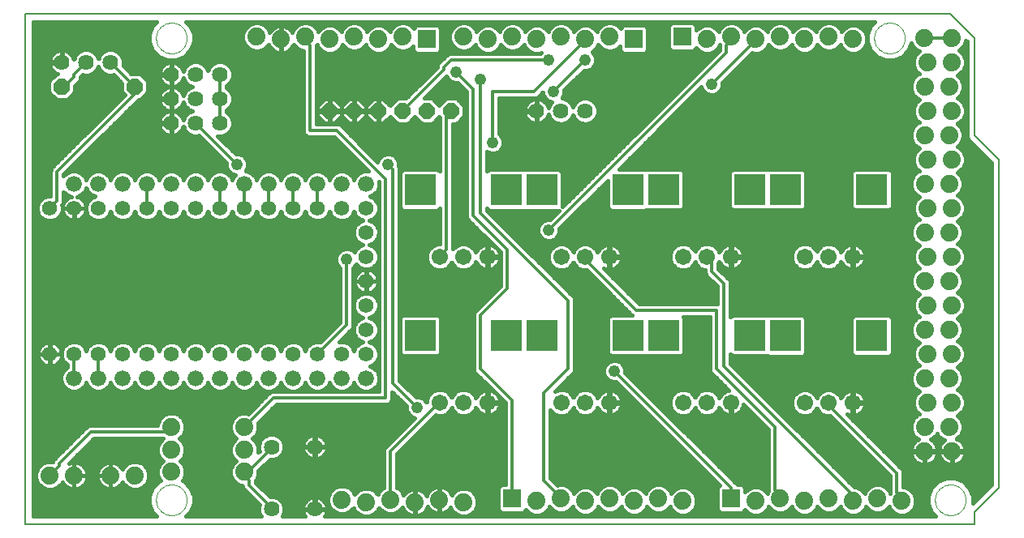
<source format=gtl>
G75*
G70*
%OFA0B0*%
%FSLAX24Y24*%
%IPPOS*%
%LPD*%
%AMOC8*
5,1,8,0,0,1.08239X$1,22.5*
%
%ADD10C,0.0080*%
%ADD11C,0.0000*%
%ADD12R,0.0740X0.0740*%
%ADD13C,0.0740*%
%ADD14C,0.0640*%
%ADD15C,0.0673*%
%ADD16R,0.1286X0.1286*%
%ADD17C,0.0620*%
%ADD18OC8,0.0640*%
%ADD19C,0.0660*%
%ADD20OC8,0.0660*%
%ADD21C,0.0140*%
%ADD22C,0.0160*%
%ADD23C,0.0480*%
D10*
X000180Y000180D02*
X000180Y021180D01*
X038180Y021180D01*
X039180Y020180D01*
X039180Y016180D01*
X040180Y015180D01*
X040180Y001680D01*
X039180Y000680D01*
X039180Y000180D01*
X000180Y000180D01*
D11*
X005550Y001180D02*
X005552Y001230D01*
X005558Y001280D01*
X005568Y001329D01*
X005582Y001377D01*
X005599Y001424D01*
X005620Y001469D01*
X005645Y001513D01*
X005673Y001554D01*
X005705Y001593D01*
X005739Y001630D01*
X005776Y001664D01*
X005816Y001694D01*
X005858Y001721D01*
X005902Y001745D01*
X005948Y001766D01*
X005995Y001782D01*
X006043Y001795D01*
X006093Y001804D01*
X006142Y001809D01*
X006193Y001810D01*
X006243Y001807D01*
X006292Y001800D01*
X006341Y001789D01*
X006389Y001774D01*
X006435Y001756D01*
X006480Y001734D01*
X006523Y001708D01*
X006564Y001679D01*
X006603Y001647D01*
X006639Y001612D01*
X006671Y001574D01*
X006701Y001534D01*
X006728Y001491D01*
X006751Y001447D01*
X006770Y001401D01*
X006786Y001353D01*
X006798Y001304D01*
X006806Y001255D01*
X006810Y001205D01*
X006810Y001155D01*
X006806Y001105D01*
X006798Y001056D01*
X006786Y001007D01*
X006770Y000959D01*
X006751Y000913D01*
X006728Y000869D01*
X006701Y000826D01*
X006671Y000786D01*
X006639Y000748D01*
X006603Y000713D01*
X006564Y000681D01*
X006523Y000652D01*
X006480Y000626D01*
X006435Y000604D01*
X006389Y000586D01*
X006341Y000571D01*
X006292Y000560D01*
X006243Y000553D01*
X006193Y000550D01*
X006142Y000551D01*
X006093Y000556D01*
X006043Y000565D01*
X005995Y000578D01*
X005948Y000594D01*
X005902Y000615D01*
X005858Y000639D01*
X005816Y000666D01*
X005776Y000696D01*
X005739Y000730D01*
X005705Y000767D01*
X005673Y000806D01*
X005645Y000847D01*
X005620Y000891D01*
X005599Y000936D01*
X005582Y000983D01*
X005568Y001031D01*
X005558Y001080D01*
X005552Y001130D01*
X005550Y001180D01*
X037550Y001180D02*
X037552Y001230D01*
X037558Y001280D01*
X037568Y001329D01*
X037582Y001377D01*
X037599Y001424D01*
X037620Y001469D01*
X037645Y001513D01*
X037673Y001554D01*
X037705Y001593D01*
X037739Y001630D01*
X037776Y001664D01*
X037816Y001694D01*
X037858Y001721D01*
X037902Y001745D01*
X037948Y001766D01*
X037995Y001782D01*
X038043Y001795D01*
X038093Y001804D01*
X038142Y001809D01*
X038193Y001810D01*
X038243Y001807D01*
X038292Y001800D01*
X038341Y001789D01*
X038389Y001774D01*
X038435Y001756D01*
X038480Y001734D01*
X038523Y001708D01*
X038564Y001679D01*
X038603Y001647D01*
X038639Y001612D01*
X038671Y001574D01*
X038701Y001534D01*
X038728Y001491D01*
X038751Y001447D01*
X038770Y001401D01*
X038786Y001353D01*
X038798Y001304D01*
X038806Y001255D01*
X038810Y001205D01*
X038810Y001155D01*
X038806Y001105D01*
X038798Y001056D01*
X038786Y001007D01*
X038770Y000959D01*
X038751Y000913D01*
X038728Y000869D01*
X038701Y000826D01*
X038671Y000786D01*
X038639Y000748D01*
X038603Y000713D01*
X038564Y000681D01*
X038523Y000652D01*
X038480Y000626D01*
X038435Y000604D01*
X038389Y000586D01*
X038341Y000571D01*
X038292Y000560D01*
X038243Y000553D01*
X038193Y000550D01*
X038142Y000551D01*
X038093Y000556D01*
X038043Y000565D01*
X037995Y000578D01*
X037948Y000594D01*
X037902Y000615D01*
X037858Y000639D01*
X037816Y000666D01*
X037776Y000696D01*
X037739Y000730D01*
X037705Y000767D01*
X037673Y000806D01*
X037645Y000847D01*
X037620Y000891D01*
X037599Y000936D01*
X037582Y000983D01*
X037568Y001031D01*
X037558Y001080D01*
X037552Y001130D01*
X037550Y001180D01*
X035050Y020180D02*
X035052Y020230D01*
X035058Y020280D01*
X035068Y020329D01*
X035082Y020377D01*
X035099Y020424D01*
X035120Y020469D01*
X035145Y020513D01*
X035173Y020554D01*
X035205Y020593D01*
X035239Y020630D01*
X035276Y020664D01*
X035316Y020694D01*
X035358Y020721D01*
X035402Y020745D01*
X035448Y020766D01*
X035495Y020782D01*
X035543Y020795D01*
X035593Y020804D01*
X035642Y020809D01*
X035693Y020810D01*
X035743Y020807D01*
X035792Y020800D01*
X035841Y020789D01*
X035889Y020774D01*
X035935Y020756D01*
X035980Y020734D01*
X036023Y020708D01*
X036064Y020679D01*
X036103Y020647D01*
X036139Y020612D01*
X036171Y020574D01*
X036201Y020534D01*
X036228Y020491D01*
X036251Y020447D01*
X036270Y020401D01*
X036286Y020353D01*
X036298Y020304D01*
X036306Y020255D01*
X036310Y020205D01*
X036310Y020155D01*
X036306Y020105D01*
X036298Y020056D01*
X036286Y020007D01*
X036270Y019959D01*
X036251Y019913D01*
X036228Y019869D01*
X036201Y019826D01*
X036171Y019786D01*
X036139Y019748D01*
X036103Y019713D01*
X036064Y019681D01*
X036023Y019652D01*
X035980Y019626D01*
X035935Y019604D01*
X035889Y019586D01*
X035841Y019571D01*
X035792Y019560D01*
X035743Y019553D01*
X035693Y019550D01*
X035642Y019551D01*
X035593Y019556D01*
X035543Y019565D01*
X035495Y019578D01*
X035448Y019594D01*
X035402Y019615D01*
X035358Y019639D01*
X035316Y019666D01*
X035276Y019696D01*
X035239Y019730D01*
X035205Y019767D01*
X035173Y019806D01*
X035145Y019847D01*
X035120Y019891D01*
X035099Y019936D01*
X035082Y019983D01*
X035068Y020031D01*
X035058Y020080D01*
X035052Y020130D01*
X035050Y020180D01*
X005550Y020180D02*
X005552Y020230D01*
X005558Y020280D01*
X005568Y020329D01*
X005582Y020377D01*
X005599Y020424D01*
X005620Y020469D01*
X005645Y020513D01*
X005673Y020554D01*
X005705Y020593D01*
X005739Y020630D01*
X005776Y020664D01*
X005816Y020694D01*
X005858Y020721D01*
X005902Y020745D01*
X005948Y020766D01*
X005995Y020782D01*
X006043Y020795D01*
X006093Y020804D01*
X006142Y020809D01*
X006193Y020810D01*
X006243Y020807D01*
X006292Y020800D01*
X006341Y020789D01*
X006389Y020774D01*
X006435Y020756D01*
X006480Y020734D01*
X006523Y020708D01*
X006564Y020679D01*
X006603Y020647D01*
X006639Y020612D01*
X006671Y020574D01*
X006701Y020534D01*
X006728Y020491D01*
X006751Y020447D01*
X006770Y020401D01*
X006786Y020353D01*
X006798Y020304D01*
X006806Y020255D01*
X006810Y020205D01*
X006810Y020155D01*
X006806Y020105D01*
X006798Y020056D01*
X006786Y020007D01*
X006770Y019959D01*
X006751Y019913D01*
X006728Y019869D01*
X006701Y019826D01*
X006671Y019786D01*
X006639Y019748D01*
X006603Y019713D01*
X006564Y019681D01*
X006523Y019652D01*
X006480Y019626D01*
X006435Y019604D01*
X006389Y019586D01*
X006341Y019571D01*
X006292Y019560D01*
X006243Y019553D01*
X006193Y019550D01*
X006142Y019551D01*
X006093Y019556D01*
X006043Y019565D01*
X005995Y019578D01*
X005948Y019594D01*
X005902Y019615D01*
X005858Y019639D01*
X005816Y019666D01*
X005776Y019696D01*
X005739Y019730D01*
X005705Y019767D01*
X005673Y019806D01*
X005645Y019847D01*
X005620Y019891D01*
X005599Y019936D01*
X005582Y019983D01*
X005568Y020031D01*
X005558Y020080D01*
X005552Y020130D01*
X005550Y020180D01*
D12*
X016680Y020130D03*
X025180Y020130D03*
X027180Y020230D03*
X029180Y001230D03*
X020180Y001230D03*
D13*
X021180Y001130D03*
X022180Y001230D03*
X023180Y001130D03*
X024180Y001230D03*
X025180Y001130D03*
X026180Y001230D03*
X027180Y001130D03*
X030180Y001130D03*
X031180Y001230D03*
X032180Y001130D03*
X033180Y001230D03*
X034180Y001130D03*
X035180Y001230D03*
X036180Y001130D03*
X037110Y003180D03*
X038250Y003180D03*
X038130Y004180D03*
X037130Y004180D03*
X037230Y005180D03*
X038230Y005180D03*
X038130Y006180D03*
X037130Y006180D03*
X037230Y007180D03*
X038230Y007180D03*
X038130Y008180D03*
X037130Y008180D03*
X037230Y009180D03*
X038230Y009180D03*
X038130Y010180D03*
X037130Y010180D03*
X037230Y011180D03*
X038230Y011180D03*
X038130Y012180D03*
X037130Y012180D03*
X037230Y013180D03*
X038230Y013180D03*
X038130Y014180D03*
X037130Y014180D03*
X037230Y015180D03*
X038230Y015180D03*
X038130Y016180D03*
X037130Y016180D03*
X037230Y017180D03*
X038230Y017180D03*
X038130Y018180D03*
X037130Y018180D03*
X037230Y019180D03*
X038230Y019180D03*
X038250Y020180D03*
X037110Y020180D03*
X034180Y020130D03*
X033180Y020230D03*
X032180Y020130D03*
X031180Y020230D03*
X030180Y020130D03*
X029180Y020230D03*
X028180Y020130D03*
X024180Y020230D03*
X023180Y020130D03*
X022180Y020230D03*
X021180Y020130D03*
X020180Y020230D03*
X019180Y020130D03*
X018180Y020230D03*
X015680Y020230D03*
X014680Y020130D03*
X013680Y020230D03*
X012680Y020130D03*
X011680Y020230D03*
X010680Y020130D03*
X009680Y020230D03*
X009180Y004180D03*
X009180Y003230D03*
X009180Y002330D03*
X006180Y002330D03*
X006180Y003230D03*
X004680Y002180D03*
X003680Y002180D03*
X002180Y002180D03*
X001180Y002180D03*
X006180Y004180D03*
X013180Y001180D03*
X014180Y001080D03*
X015180Y001180D03*
X016180Y001080D03*
X017180Y001180D03*
X018180Y001080D03*
D14*
X012070Y000800D03*
X010290Y000800D03*
X010290Y003360D03*
X012070Y003360D03*
X008180Y016680D03*
X007180Y016680D03*
X006180Y016680D03*
X006180Y017680D03*
X007180Y017680D03*
X008180Y017680D03*
X008180Y018680D03*
X007180Y018680D03*
X006180Y018680D03*
X003680Y019180D03*
X002680Y019180D03*
X001680Y019180D03*
X021180Y017180D03*
X022180Y017180D03*
X023180Y017180D03*
D15*
X023180Y011174D03*
X022196Y011174D03*
X024164Y011174D03*
X027196Y011184D03*
X028180Y011184D03*
X029164Y011184D03*
X032196Y011184D03*
X033180Y011184D03*
X034164Y011184D03*
X034164Y005174D03*
X033180Y005174D03*
X032196Y005174D03*
X029164Y005184D03*
X028180Y005184D03*
X027196Y005184D03*
X024164Y005184D03*
X023180Y005184D03*
X022196Y005184D03*
X019164Y005184D03*
X018180Y005184D03*
X017196Y005184D03*
X017196Y011174D03*
X018180Y011174D03*
X019164Y011174D03*
D16*
X019952Y013930D03*
X021408Y013930D03*
X024952Y013930D03*
X026408Y013940D03*
X029952Y013940D03*
X031408Y013940D03*
X034952Y013940D03*
X034952Y007930D03*
X031408Y007930D03*
X029952Y007940D03*
X026408Y007940D03*
X024952Y007940D03*
X021408Y007940D03*
X019952Y007940D03*
X016408Y007940D03*
X016408Y013930D03*
D17*
X014180Y013180D03*
X013180Y013180D03*
X012180Y013180D03*
X011180Y013180D03*
X010180Y013180D03*
X009180Y013180D03*
X008180Y013180D03*
X007180Y013180D03*
X006180Y013180D03*
X005180Y013180D03*
X004180Y013180D03*
X003180Y013180D03*
X002180Y013180D03*
X001180Y013180D03*
X001180Y007180D03*
X002180Y007180D03*
X003180Y007180D03*
X004180Y007180D03*
X005180Y007180D03*
X006180Y007180D03*
X007180Y007180D03*
X008180Y007180D03*
X009180Y007180D03*
X010180Y007180D03*
X011180Y007180D03*
X012180Y007180D03*
X013180Y007180D03*
X014180Y007180D03*
X014180Y008180D03*
X014180Y009180D03*
X014180Y010180D03*
X014180Y011180D03*
X014180Y012180D03*
D18*
X013680Y017180D03*
X012680Y017180D03*
X014680Y017180D03*
X015680Y017180D03*
X016680Y017180D03*
X017680Y017180D03*
D19*
X014180Y014180D03*
X013180Y014180D03*
X012180Y014180D03*
X011180Y014180D03*
X010180Y014180D03*
X009180Y014180D03*
X008180Y014180D03*
X007180Y014180D03*
X006180Y014180D03*
X005180Y014180D03*
X004180Y014180D03*
X003180Y014180D03*
X002180Y014180D03*
X002180Y006180D03*
X003180Y006180D03*
X004180Y006180D03*
X005180Y006180D03*
X006180Y006180D03*
X007180Y006180D03*
X008180Y006180D03*
X009180Y006180D03*
X010180Y006180D03*
X011180Y006180D03*
X012180Y006180D03*
X013180Y006180D03*
X014180Y006180D03*
D20*
X004680Y018180D03*
X001680Y018180D03*
D21*
X001780Y018180D01*
X002180Y018580D01*
X002180Y018680D01*
X002680Y019180D01*
X003680Y019180D02*
X004680Y018180D01*
X004680Y017880D01*
X001480Y014680D01*
X001480Y013480D01*
X001180Y013180D01*
X005180Y013180D02*
X005180Y014180D01*
X008180Y014180D02*
X008180Y013180D01*
X009180Y013180D02*
X009180Y014180D01*
X010180Y014180D02*
X010180Y013180D01*
X011180Y013180D02*
X011180Y014180D01*
X012180Y014180D02*
X012180Y013180D01*
X014980Y014380D02*
X012980Y016380D01*
X011880Y016380D01*
X011880Y019880D01*
X011680Y020080D01*
X011680Y020230D01*
X008180Y018680D02*
X008180Y017680D01*
X008180Y016680D01*
X007180Y016680D02*
X008880Y014980D01*
X014980Y014380D02*
X014980Y005380D01*
X010380Y005380D01*
X009180Y004180D01*
X010290Y003360D02*
X010280Y003280D01*
X009180Y002180D01*
X009180Y002330D01*
X009180Y002280D01*
X009180Y002180D02*
X009380Y001980D01*
X009380Y001780D01*
X010280Y000880D01*
X010290Y000800D01*
X015180Y001180D02*
X015180Y003180D01*
X017180Y005180D01*
X017196Y005184D01*
X016280Y004980D02*
X015280Y005980D01*
X015280Y014780D01*
X015080Y014980D01*
X017480Y016980D02*
X017480Y011480D01*
X017280Y011280D01*
X017280Y011180D01*
X017196Y011174D01*
X018580Y012880D02*
X019980Y011480D01*
X019980Y009880D01*
X018880Y008780D01*
X018880Y006580D01*
X020180Y005280D01*
X020180Y001230D01*
X021480Y001980D02*
X022180Y001280D01*
X022180Y001230D01*
X021480Y001980D02*
X021480Y005580D01*
X022480Y006580D01*
X022480Y009380D01*
X018880Y012980D01*
X018880Y018480D01*
X018580Y018080D02*
X018580Y012880D01*
X021680Y012280D02*
X028980Y019580D01*
X028980Y019880D01*
X029180Y020080D01*
X029180Y020230D01*
X030180Y020130D02*
X030180Y020080D01*
X028380Y018280D01*
X023180Y019280D02*
X021880Y017980D01*
X021080Y017980D02*
X019380Y017980D01*
X019380Y015880D01*
X017680Y017180D02*
X017480Y016980D01*
X015680Y017180D02*
X017380Y018880D01*
X017380Y018980D01*
X017680Y019280D01*
X021680Y019280D01*
X021080Y017980D02*
X023180Y020080D01*
X023180Y020130D01*
X018580Y018080D02*
X017880Y018780D01*
X013380Y011080D02*
X013380Y008380D01*
X012180Y007180D01*
X006180Y004180D02*
X006180Y003980D01*
X002880Y003980D01*
X001580Y002680D01*
X001580Y002580D01*
X001180Y002180D01*
X002180Y006180D02*
X002180Y007180D01*
X003180Y007180D02*
X003180Y006180D01*
X023180Y011080D02*
X023180Y011174D01*
X023180Y011080D02*
X025280Y008980D01*
X028580Y008980D01*
X028580Y006580D01*
X030980Y004180D01*
X030980Y001580D01*
X031180Y001380D01*
X031180Y001230D01*
X029180Y001230D02*
X029180Y001680D01*
X024380Y006480D01*
X028880Y006680D02*
X034180Y001380D01*
X034180Y001130D01*
X035980Y001480D02*
X035980Y002280D01*
X033180Y005080D01*
X033180Y005174D01*
X028880Y006680D02*
X028880Y010080D01*
X028380Y010580D01*
X028380Y010980D01*
X028180Y011180D01*
X028180Y011184D01*
X037110Y020180D02*
X038250Y020180D01*
X035980Y001480D02*
X036180Y001280D01*
X036180Y001130D01*
D22*
X036750Y001131D02*
X037270Y001131D01*
X037270Y000999D02*
X037409Y000665D01*
X037573Y000500D01*
X012470Y000500D01*
X012498Y000538D01*
X012533Y000608D01*
X012558Y000683D01*
X012570Y000761D01*
X012570Y000780D01*
X012090Y000780D01*
X012090Y000820D01*
X012050Y000820D01*
X012050Y001300D01*
X012031Y001300D01*
X011953Y001288D01*
X011878Y001263D01*
X011808Y001228D01*
X011744Y001181D01*
X011689Y001126D01*
X011642Y001062D01*
X011607Y000992D01*
X011582Y000917D01*
X011570Y000839D01*
X011570Y000820D01*
X012050Y000820D01*
X012050Y000780D01*
X011570Y000780D01*
X011570Y000761D01*
X011582Y000683D01*
X011607Y000608D01*
X011642Y000538D01*
X011670Y000500D01*
X010725Y000500D01*
X010731Y000505D01*
X010810Y000697D01*
X010810Y000903D01*
X010731Y001095D01*
X010585Y001241D01*
X010393Y001320D01*
X010222Y001320D01*
X009650Y001892D01*
X009650Y001994D01*
X009663Y002007D01*
X009750Y002217D01*
X009750Y002368D01*
X010222Y002840D01*
X010393Y002840D01*
X010585Y002919D01*
X010731Y003065D01*
X010810Y003257D01*
X010810Y003463D01*
X010731Y003655D01*
X010585Y003801D01*
X010393Y003880D01*
X010187Y003880D01*
X009995Y003801D01*
X009849Y003655D01*
X009770Y003463D01*
X009770Y003257D01*
X009801Y003183D01*
X009750Y003132D01*
X009750Y003343D01*
X009663Y003553D01*
X009511Y003705D01*
X009663Y003857D01*
X009750Y004067D01*
X009750Y004293D01*
X009728Y004346D01*
X010492Y005110D01*
X015034Y005110D01*
X015133Y005151D01*
X015209Y005227D01*
X015250Y005326D01*
X015250Y005628D01*
X015840Y005038D01*
X015840Y004892D01*
X015907Y004731D01*
X016031Y004607D01*
X016168Y004550D01*
X015027Y003409D01*
X014951Y003333D01*
X014910Y003234D01*
X014910Y001685D01*
X014857Y001663D01*
X014697Y001503D01*
X014658Y001408D01*
X014503Y001563D01*
X014293Y001650D01*
X014067Y001650D01*
X013857Y001563D01*
X013702Y001408D01*
X013663Y001503D01*
X013503Y001663D01*
X013293Y001750D01*
X013067Y001750D01*
X012857Y001663D01*
X012697Y001503D01*
X012610Y001293D01*
X012610Y001067D01*
X012697Y000857D01*
X012857Y000697D01*
X013067Y000610D01*
X013293Y000610D01*
X013503Y000697D01*
X013658Y000852D01*
X013697Y000757D01*
X013857Y000597D01*
X014067Y000510D01*
X014293Y000510D01*
X014503Y000597D01*
X014663Y000757D01*
X014702Y000852D01*
X014857Y000697D01*
X015067Y000610D01*
X015293Y000610D01*
X015503Y000697D01*
X015663Y000857D01*
X015669Y000872D01*
X015670Y000869D01*
X015710Y000792D01*
X015760Y000722D01*
X015822Y000660D01*
X015892Y000610D01*
X015969Y000570D01*
X016051Y000544D01*
X016137Y000530D01*
X016160Y000530D01*
X016160Y001060D01*
X016200Y001060D01*
X016200Y000530D01*
X016223Y000530D01*
X016309Y000544D01*
X016391Y000570D01*
X016468Y000610D01*
X016538Y000660D01*
X016600Y000722D01*
X016650Y000792D01*
X016690Y000869D01*
X016702Y000907D01*
X016710Y000892D01*
X016760Y000822D01*
X016822Y000760D01*
X016892Y000710D01*
X016969Y000670D01*
X017051Y000644D01*
X017137Y000630D01*
X017160Y000630D01*
X017160Y001160D01*
X017200Y001160D01*
X017200Y000630D01*
X017223Y000630D01*
X017309Y000644D01*
X017391Y000670D01*
X017468Y000710D01*
X017538Y000760D01*
X017600Y000822D01*
X017644Y000884D01*
X017697Y000757D01*
X017857Y000597D01*
X018067Y000510D01*
X018293Y000510D01*
X018503Y000597D01*
X018663Y000757D01*
X018750Y000967D01*
X018750Y001193D01*
X018663Y001403D01*
X018503Y001563D01*
X018293Y001650D01*
X018067Y001650D01*
X017857Y001563D01*
X017697Y001403D01*
X017691Y001388D01*
X017690Y001391D01*
X017650Y001468D01*
X017600Y001538D01*
X017538Y001600D01*
X017468Y001650D01*
X017391Y001690D01*
X017309Y001716D01*
X017223Y001730D01*
X017200Y001730D01*
X017200Y001200D01*
X017160Y001200D01*
X017160Y001730D01*
X017137Y001730D01*
X017051Y001716D01*
X016969Y001690D01*
X016892Y001650D01*
X016822Y001600D01*
X016760Y001538D01*
X016710Y001468D01*
X016670Y001391D01*
X016658Y001353D01*
X016650Y001368D01*
X016600Y001438D01*
X016538Y001500D01*
X016468Y001550D01*
X016391Y001590D01*
X016309Y001616D01*
X016223Y001630D01*
X016200Y001630D01*
X016200Y001100D01*
X016160Y001100D01*
X016160Y001630D01*
X016137Y001630D01*
X016051Y001616D01*
X015969Y001590D01*
X015892Y001550D01*
X015822Y001500D01*
X015760Y001438D01*
X015716Y001376D01*
X015663Y001503D01*
X015503Y001663D01*
X015450Y001685D01*
X015450Y003068D01*
X017047Y004665D01*
X017089Y004648D01*
X017302Y004648D01*
X017500Y004729D01*
X017651Y004880D01*
X017688Y004970D01*
X017725Y004880D01*
X017876Y004729D01*
X018073Y004648D01*
X018287Y004648D01*
X018484Y004729D01*
X018635Y004880D01*
X018683Y004995D01*
X018686Y004986D01*
X018722Y004913D01*
X018770Y004848D01*
X018828Y004790D01*
X018894Y004742D01*
X018966Y004705D01*
X019043Y004680D01*
X019124Y004668D01*
X019136Y004668D01*
X019136Y005156D01*
X019193Y005156D01*
X019193Y005212D01*
X019681Y005212D01*
X019681Y005225D01*
X019668Y005305D01*
X019643Y005382D01*
X019606Y005455D01*
X019560Y005518D01*
X019910Y005168D01*
X019910Y001800D01*
X019727Y001800D01*
X019610Y001683D01*
X019610Y000777D01*
X019727Y000660D01*
X020633Y000660D01*
X020738Y000766D01*
X020857Y000647D01*
X021067Y000560D01*
X021293Y000560D01*
X021503Y000647D01*
X021663Y000807D01*
X021702Y000902D01*
X021857Y000747D01*
X022067Y000660D01*
X022293Y000660D01*
X022503Y000747D01*
X022658Y000902D01*
X022697Y000807D01*
X022857Y000647D01*
X023067Y000560D01*
X023293Y000560D01*
X023503Y000647D01*
X023663Y000807D01*
X023702Y000902D01*
X023857Y000747D01*
X024067Y000660D01*
X024293Y000660D01*
X024503Y000747D01*
X024658Y000902D01*
X024697Y000807D01*
X024857Y000647D01*
X025067Y000560D01*
X025293Y000560D01*
X025503Y000647D01*
X025663Y000807D01*
X025702Y000902D01*
X025857Y000747D01*
X026067Y000660D01*
X026293Y000660D01*
X026503Y000747D01*
X026658Y000902D01*
X026697Y000807D01*
X026857Y000647D01*
X027067Y000560D01*
X027293Y000560D01*
X027503Y000647D01*
X027663Y000807D01*
X027750Y001017D01*
X027750Y001243D01*
X027663Y001453D01*
X027503Y001613D01*
X027293Y001700D01*
X027067Y001700D01*
X026857Y001613D01*
X026702Y001458D01*
X026663Y001553D01*
X026503Y001713D01*
X026293Y001800D01*
X026067Y001800D01*
X025857Y001713D01*
X025697Y001553D01*
X025658Y001458D01*
X025503Y001613D01*
X025293Y001700D01*
X025067Y001700D01*
X024857Y001613D01*
X024702Y001458D01*
X024663Y001553D01*
X024503Y001713D01*
X024293Y001800D01*
X024067Y001800D01*
X023857Y001713D01*
X023697Y001553D01*
X023658Y001458D01*
X023503Y001613D01*
X023293Y001700D01*
X023067Y001700D01*
X022857Y001613D01*
X022702Y001458D01*
X022663Y001553D01*
X022503Y001713D01*
X022293Y001800D01*
X022067Y001800D01*
X022049Y001793D01*
X021750Y002092D01*
X021750Y004871D01*
X021892Y004729D01*
X022089Y004648D01*
X022302Y004648D01*
X022500Y004729D01*
X022651Y004880D01*
X022688Y004970D01*
X022725Y004880D01*
X022876Y004729D01*
X023073Y004648D01*
X023287Y004648D01*
X023484Y004729D01*
X023635Y004880D01*
X023683Y004995D01*
X023686Y004986D01*
X023722Y004913D01*
X023770Y004848D01*
X023828Y004790D01*
X023894Y004742D01*
X023966Y004705D01*
X024043Y004680D01*
X024124Y004668D01*
X024136Y004668D01*
X024136Y005156D01*
X024193Y005156D01*
X024193Y005212D01*
X024681Y005212D01*
X024681Y005225D01*
X024668Y005305D01*
X024643Y005382D01*
X024606Y005455D01*
X024558Y005521D01*
X024501Y005578D01*
X024435Y005626D01*
X024363Y005663D01*
X024285Y005688D01*
X024205Y005701D01*
X024193Y005701D01*
X024193Y005212D01*
X024136Y005212D01*
X024136Y005701D01*
X024124Y005701D01*
X024043Y005688D01*
X023966Y005663D01*
X023894Y005626D01*
X023828Y005578D01*
X023770Y005521D01*
X023722Y005455D01*
X023686Y005382D01*
X023683Y005373D01*
X023635Y005488D01*
X023484Y005639D01*
X023287Y005721D01*
X023073Y005721D01*
X022876Y005639D01*
X022725Y005488D01*
X022688Y005398D01*
X022651Y005488D01*
X022500Y005639D01*
X022302Y005721D01*
X022089Y005721D01*
X021941Y005659D01*
X022709Y006427D01*
X022750Y006526D01*
X022750Y009434D01*
X022709Y009533D01*
X022633Y009609D01*
X019150Y013092D01*
X019150Y013163D01*
X019226Y013087D01*
X020677Y013087D01*
X020680Y013090D01*
X020683Y013087D01*
X022105Y013087D01*
X021738Y012720D01*
X021592Y012720D01*
X021431Y012653D01*
X021307Y012529D01*
X021240Y012368D01*
X021240Y012192D01*
X021307Y012031D01*
X021431Y011907D01*
X021592Y011840D01*
X021768Y011840D01*
X021929Y011907D01*
X022053Y012031D01*
X022120Y012192D01*
X022120Y012338D01*
X024109Y014327D01*
X024109Y013204D01*
X024226Y013087D01*
X025677Y013087D01*
X025687Y013097D01*
X027134Y013097D01*
X027251Y013214D01*
X027251Y014666D01*
X027134Y014783D01*
X025683Y014783D01*
X025673Y014773D01*
X024555Y014773D01*
X027950Y018168D01*
X028007Y018031D01*
X028131Y017907D01*
X028292Y017840D01*
X028468Y017840D01*
X028629Y017907D01*
X028753Y018031D01*
X028820Y018192D01*
X028820Y018338D01*
X030049Y019567D01*
X030067Y019560D01*
X030293Y019560D01*
X030503Y019647D01*
X030663Y019807D01*
X030702Y019902D01*
X030857Y019747D01*
X031067Y019660D01*
X031293Y019660D01*
X031503Y019747D01*
X031658Y019902D01*
X031697Y019807D01*
X031857Y019647D01*
X032067Y019560D01*
X032293Y019560D01*
X032503Y019647D01*
X032663Y019807D01*
X032702Y019902D01*
X032857Y019747D01*
X033067Y019660D01*
X033293Y019660D01*
X033503Y019747D01*
X033658Y019902D01*
X033697Y019807D01*
X033857Y019647D01*
X034067Y019560D01*
X034293Y019560D01*
X034503Y019647D01*
X034663Y019807D01*
X034750Y020017D01*
X034750Y020243D01*
X034663Y020453D01*
X034503Y020613D01*
X034293Y020700D01*
X034067Y020700D01*
X033857Y020613D01*
X033702Y020458D01*
X033663Y020553D01*
X033503Y020713D01*
X033293Y020800D01*
X033067Y020800D01*
X032857Y020713D01*
X032697Y020553D01*
X032658Y020458D01*
X032503Y020613D01*
X032293Y020700D01*
X032067Y020700D01*
X031857Y020613D01*
X031702Y020458D01*
X031663Y020553D01*
X031503Y020713D01*
X031293Y020800D01*
X031067Y020800D01*
X030857Y020713D01*
X030697Y020553D01*
X030658Y020458D01*
X030503Y020613D01*
X030293Y020700D01*
X030067Y020700D01*
X029857Y020613D01*
X029702Y020458D01*
X029663Y020553D01*
X029503Y020713D01*
X029293Y020800D01*
X029067Y020800D01*
X028857Y020713D01*
X028697Y020553D01*
X028658Y020458D01*
X028503Y020613D01*
X028293Y020700D01*
X028067Y020700D01*
X027857Y020613D01*
X027750Y020506D01*
X027750Y020683D01*
X027633Y020800D01*
X026727Y020800D01*
X026610Y020683D01*
X026610Y019777D01*
X026727Y019660D01*
X027633Y019660D01*
X027738Y019766D01*
X027857Y019647D01*
X028067Y019560D01*
X028293Y019560D01*
X028503Y019647D01*
X028663Y019807D01*
X028702Y019902D01*
X028710Y019894D01*
X028710Y019692D01*
X022251Y013233D01*
X022251Y014656D01*
X022134Y014773D01*
X020683Y014773D01*
X020680Y014770D01*
X020677Y014773D01*
X019226Y014773D01*
X019150Y014697D01*
X019150Y015499D01*
X019292Y015440D01*
X019468Y015440D01*
X019629Y015507D01*
X019753Y015631D01*
X019820Y015792D01*
X019820Y015968D01*
X019753Y016129D01*
X019650Y016232D01*
X019650Y017710D01*
X021134Y017710D01*
X021233Y017751D01*
X021309Y017827D01*
X021440Y017958D01*
X021440Y017892D01*
X021507Y017731D01*
X021631Y017607D01*
X021792Y017540D01*
X021805Y017540D01*
X021739Y017475D01*
X021667Y017300D01*
X021643Y017372D01*
X021608Y017442D01*
X021561Y017506D01*
X021506Y017561D01*
X021442Y017608D01*
X021372Y017643D01*
X021297Y017668D01*
X021219Y017680D01*
X021200Y017680D01*
X021200Y017200D01*
X021160Y017200D01*
X021160Y017680D01*
X021141Y017680D01*
X021063Y017668D01*
X020988Y017643D01*
X020918Y017608D01*
X020854Y017561D01*
X020799Y017506D01*
X020752Y017442D01*
X020717Y017372D01*
X020692Y017297D01*
X020680Y017219D01*
X020680Y017200D01*
X021160Y017200D01*
X021160Y017160D01*
X021200Y017160D01*
X021200Y016680D01*
X021219Y016680D01*
X021297Y016692D01*
X021372Y016717D01*
X021442Y016752D01*
X021506Y016799D01*
X021561Y016854D01*
X021608Y016918D01*
X021643Y016988D01*
X021667Y017060D01*
X021739Y016885D01*
X021885Y016739D01*
X022077Y016660D01*
X022283Y016660D01*
X022475Y016739D01*
X022621Y016885D01*
X022680Y017028D01*
X022739Y016885D01*
X022885Y016739D01*
X023077Y016660D01*
X023283Y016660D01*
X023475Y016739D01*
X023621Y016885D01*
X023700Y017077D01*
X023700Y017283D01*
X023621Y017475D01*
X023475Y017621D01*
X023283Y017700D01*
X023077Y017700D01*
X022885Y017621D01*
X022739Y017475D01*
X022680Y017332D01*
X022621Y017475D01*
X022475Y017621D01*
X022283Y017700D01*
X022222Y017700D01*
X022253Y017731D01*
X022320Y017892D01*
X022320Y018038D01*
X023122Y018840D01*
X023268Y018840D01*
X023429Y018907D01*
X023553Y019031D01*
X023620Y019192D01*
X023620Y019368D01*
X023553Y019529D01*
X023455Y019627D01*
X023503Y019647D01*
X023663Y019807D01*
X023702Y019902D01*
X023857Y019747D01*
X024067Y019660D01*
X024293Y019660D01*
X024503Y019747D01*
X024610Y019854D01*
X024610Y019677D01*
X024727Y019560D01*
X025633Y019560D01*
X025750Y019677D01*
X025750Y020583D01*
X025633Y020700D01*
X024727Y020700D01*
X024622Y020594D01*
X024503Y020713D01*
X024293Y020800D01*
X024067Y020800D01*
X023857Y020713D01*
X023697Y020553D01*
X023658Y020458D01*
X023503Y020613D01*
X023293Y020700D01*
X023067Y020700D01*
X022857Y020613D01*
X022702Y020458D01*
X022663Y020553D01*
X022503Y020713D01*
X022293Y020800D01*
X022067Y020800D01*
X021857Y020713D01*
X021697Y020553D01*
X021658Y020458D01*
X021503Y020613D01*
X021293Y020700D01*
X021067Y020700D01*
X020857Y020613D01*
X020702Y020458D01*
X020663Y020553D01*
X020503Y020713D01*
X020293Y020800D01*
X020067Y020800D01*
X019857Y020713D01*
X019697Y020553D01*
X019658Y020458D01*
X019503Y020613D01*
X019293Y020700D01*
X019067Y020700D01*
X018857Y020613D01*
X018702Y020458D01*
X018663Y020553D01*
X018503Y020713D01*
X018293Y020800D01*
X018067Y020800D01*
X017857Y020713D01*
X017697Y020553D01*
X017610Y020343D01*
X017610Y020117D01*
X017697Y019907D01*
X017857Y019747D01*
X018067Y019660D01*
X018293Y019660D01*
X018503Y019747D01*
X018658Y019902D01*
X018697Y019807D01*
X018857Y019647D01*
X019067Y019560D01*
X019293Y019560D01*
X019503Y019647D01*
X019663Y019807D01*
X019702Y019902D01*
X019857Y019747D01*
X020067Y019660D01*
X020293Y019660D01*
X020503Y019747D01*
X020658Y019902D01*
X020697Y019807D01*
X020857Y019647D01*
X021067Y019560D01*
X021293Y019560D01*
X021369Y019591D01*
X021328Y019550D01*
X017626Y019550D01*
X017527Y019509D01*
X017451Y019433D01*
X017151Y019133D01*
X017110Y019034D01*
X017110Y018992D01*
X015818Y017700D01*
X015465Y017700D01*
X015166Y017401D01*
X014887Y017680D01*
X014700Y017680D01*
X014700Y017200D01*
X014660Y017200D01*
X014660Y017680D01*
X014473Y017680D01*
X014180Y017387D01*
X013887Y017680D01*
X013700Y017680D01*
X013700Y017200D01*
X013660Y017200D01*
X013660Y017680D01*
X013473Y017680D01*
X013180Y017387D01*
X013180Y017200D01*
X013660Y017200D01*
X013660Y017160D01*
X013180Y017160D01*
X013180Y016973D01*
X013473Y016680D01*
X013660Y016680D01*
X013660Y017160D01*
X013700Y017160D01*
X013700Y017200D01*
X014180Y017200D01*
X014660Y017200D01*
X014660Y017160D01*
X014700Y017160D01*
X014700Y016680D01*
X014887Y016680D01*
X015166Y016959D01*
X015465Y016660D01*
X015895Y016660D01*
X016180Y016945D01*
X016465Y016660D01*
X016895Y016660D01*
X017180Y016945D01*
X017210Y016915D01*
X017210Y014697D01*
X017134Y014773D01*
X015683Y014773D01*
X015565Y014656D01*
X015565Y013204D01*
X015683Y013087D01*
X017134Y013087D01*
X017210Y013163D01*
X017210Y011711D01*
X017089Y011711D01*
X016892Y011629D01*
X016741Y011478D01*
X016659Y011281D01*
X016659Y011067D01*
X016741Y010870D01*
X016892Y010719D01*
X017089Y010638D01*
X017302Y010638D01*
X017500Y010719D01*
X017651Y010870D01*
X017688Y010960D01*
X017725Y010870D01*
X017876Y010719D01*
X018073Y010638D01*
X018287Y010638D01*
X018484Y010719D01*
X018635Y010870D01*
X018683Y010985D01*
X018686Y010976D01*
X018722Y010903D01*
X018770Y010838D01*
X018828Y010780D01*
X018894Y010732D01*
X018966Y010695D01*
X019043Y010670D01*
X019124Y010658D01*
X019136Y010658D01*
X019136Y011146D01*
X019193Y011146D01*
X019193Y011202D01*
X019681Y011202D01*
X019681Y011215D01*
X019668Y011295D01*
X019643Y011372D01*
X019606Y011445D01*
X019558Y011511D01*
X019501Y011568D01*
X019435Y011616D01*
X019363Y011653D01*
X019285Y011678D01*
X019205Y011691D01*
X019193Y011691D01*
X019193Y011202D01*
X019136Y011202D01*
X019136Y011691D01*
X019124Y011691D01*
X019043Y011678D01*
X018966Y011653D01*
X018894Y011616D01*
X018828Y011568D01*
X018770Y011511D01*
X018722Y011445D01*
X018686Y011372D01*
X018683Y011363D01*
X018635Y011478D01*
X018484Y011629D01*
X018287Y011711D01*
X018073Y011711D01*
X017876Y011629D01*
X017750Y011503D01*
X017750Y016660D01*
X017895Y016660D01*
X018200Y016965D01*
X018200Y017395D01*
X017895Y017700D01*
X017465Y017700D01*
X017180Y017415D01*
X016895Y017700D01*
X016582Y017700D01*
X017479Y018598D01*
X017507Y018531D01*
X017631Y018407D01*
X017792Y018340D01*
X017938Y018340D01*
X018310Y017968D01*
X018310Y012826D01*
X018351Y012727D01*
X019710Y011368D01*
X019710Y009992D01*
X018727Y009009D01*
X018651Y008933D01*
X018610Y008834D01*
X018610Y006526D01*
X018651Y006427D01*
X019498Y005580D01*
X019435Y005626D01*
X019363Y005663D01*
X019285Y005688D01*
X019205Y005701D01*
X019193Y005701D01*
X019193Y005212D01*
X019136Y005212D01*
X019136Y005701D01*
X019124Y005701D01*
X019043Y005688D01*
X018966Y005663D01*
X018894Y005626D01*
X018828Y005578D01*
X018770Y005521D01*
X018722Y005455D01*
X018686Y005382D01*
X018683Y005373D01*
X018635Y005488D01*
X018484Y005639D01*
X018287Y005721D01*
X018073Y005721D01*
X017876Y005639D01*
X017725Y005488D01*
X017688Y005398D01*
X017651Y005488D01*
X017500Y005639D01*
X017302Y005721D01*
X017089Y005721D01*
X016892Y005639D01*
X016741Y005488D01*
X016659Y005291D01*
X016659Y005214D01*
X016653Y005229D01*
X016529Y005353D01*
X016368Y005420D01*
X016222Y005420D01*
X015550Y006092D01*
X015550Y014834D01*
X015520Y014906D01*
X015520Y015068D01*
X015453Y015229D01*
X015329Y015353D01*
X015168Y015420D01*
X014992Y015420D01*
X014831Y015353D01*
X014707Y015229D01*
X014650Y015092D01*
X013209Y016533D01*
X013133Y016609D01*
X013034Y016650D01*
X012150Y016650D01*
X012150Y019894D01*
X012158Y019902D01*
X012197Y019807D01*
X012357Y019647D01*
X012567Y019560D01*
X012793Y019560D01*
X013003Y019647D01*
X013163Y019807D01*
X013202Y019902D01*
X013357Y019747D01*
X013567Y019660D01*
X013793Y019660D01*
X014003Y019747D01*
X014158Y019902D01*
X014197Y019807D01*
X014357Y019647D01*
X014567Y019560D01*
X014793Y019560D01*
X015003Y019647D01*
X015163Y019807D01*
X015202Y019902D01*
X015357Y019747D01*
X015567Y019660D01*
X015793Y019660D01*
X016003Y019747D01*
X016110Y019854D01*
X016110Y019677D01*
X016227Y019560D01*
X017133Y019560D01*
X017250Y019677D01*
X017250Y020583D01*
X017133Y020700D01*
X016227Y020700D01*
X016122Y020594D01*
X016003Y020713D01*
X015793Y020800D01*
X015567Y020800D01*
X015357Y020713D01*
X015197Y020553D01*
X015158Y020458D01*
X015003Y020613D01*
X014793Y020700D01*
X014567Y020700D01*
X014357Y020613D01*
X014202Y020458D01*
X014163Y020553D01*
X014003Y020713D01*
X013793Y020800D01*
X013567Y020800D01*
X013357Y020713D01*
X013197Y020553D01*
X013158Y020458D01*
X013003Y020613D01*
X012793Y020700D01*
X012567Y020700D01*
X012357Y020613D01*
X012202Y020458D01*
X012163Y020553D01*
X012003Y020713D01*
X011793Y020800D01*
X011567Y020800D01*
X011357Y020713D01*
X011197Y020553D01*
X011144Y020426D01*
X011100Y020488D01*
X011038Y020550D01*
X010968Y020600D01*
X010891Y020640D01*
X010809Y020666D01*
X010723Y020680D01*
X010700Y020680D01*
X010700Y020150D01*
X010660Y020150D01*
X010660Y020680D01*
X010637Y020680D01*
X010551Y020666D01*
X010469Y020640D01*
X010392Y020600D01*
X010322Y020550D01*
X010260Y020488D01*
X010216Y020426D01*
X010163Y020553D01*
X010003Y020713D01*
X009793Y020800D01*
X009567Y020800D01*
X009357Y020713D01*
X009197Y020553D01*
X009110Y020343D01*
X009110Y020117D01*
X009197Y019907D01*
X009357Y019747D01*
X009567Y019660D01*
X009793Y019660D01*
X010003Y019747D01*
X010163Y019907D01*
X010169Y019922D01*
X010170Y019919D01*
X010210Y019842D01*
X010260Y019772D01*
X010322Y019710D01*
X010392Y019660D01*
X010469Y019620D01*
X010551Y019594D01*
X010637Y019580D01*
X010660Y019580D01*
X010660Y020110D01*
X010700Y020110D01*
X010700Y019580D01*
X010723Y019580D01*
X010809Y019594D01*
X010891Y019620D01*
X010968Y019660D01*
X011038Y019710D01*
X011100Y019772D01*
X011150Y019842D01*
X011190Y019919D01*
X011191Y019922D01*
X011197Y019907D01*
X011357Y019747D01*
X011567Y019660D01*
X011610Y019660D01*
X011610Y016326D01*
X011651Y016227D01*
X011727Y016151D01*
X011826Y016110D01*
X012868Y016110D01*
X014268Y014710D01*
X014075Y014710D01*
X013880Y014629D01*
X013731Y014480D01*
X013680Y014358D01*
X013629Y014480D01*
X013480Y014629D01*
X013285Y014710D01*
X013075Y014710D01*
X012880Y014629D01*
X012731Y014480D01*
X012680Y014358D01*
X012629Y014480D01*
X012480Y014629D01*
X012285Y014710D01*
X012075Y014710D01*
X011880Y014629D01*
X011731Y014480D01*
X011680Y014358D01*
X011629Y014480D01*
X011480Y014629D01*
X011285Y014710D01*
X011075Y014710D01*
X010880Y014629D01*
X010731Y014480D01*
X010680Y014358D01*
X010629Y014480D01*
X010480Y014629D01*
X010285Y014710D01*
X010075Y014710D01*
X009880Y014629D01*
X009731Y014480D01*
X009680Y014358D01*
X009629Y014480D01*
X009480Y014629D01*
X009285Y014710D01*
X009232Y014710D01*
X009253Y014731D01*
X009320Y014892D01*
X009320Y015068D01*
X009253Y015229D01*
X009129Y015353D01*
X008968Y015420D01*
X008822Y015420D01*
X008082Y016160D01*
X008283Y016160D01*
X008475Y016239D01*
X008621Y016385D01*
X008700Y016577D01*
X008700Y016783D01*
X008621Y016975D01*
X008475Y017121D01*
X008450Y017131D01*
X008450Y017229D01*
X008475Y017239D01*
X008621Y017385D01*
X008700Y017577D01*
X008700Y017783D01*
X008621Y017975D01*
X008475Y018121D01*
X008450Y018131D01*
X008450Y018229D01*
X008475Y018239D01*
X008621Y018385D01*
X008700Y018577D01*
X008700Y018783D01*
X008621Y018975D01*
X008475Y019121D01*
X008283Y019200D01*
X008077Y019200D01*
X007885Y019121D01*
X007739Y018975D01*
X007680Y018832D01*
X007621Y018975D01*
X007475Y019121D01*
X007283Y019200D01*
X007077Y019200D01*
X006885Y019121D01*
X006739Y018975D01*
X006667Y018800D01*
X006643Y018872D01*
X006608Y018942D01*
X006561Y019006D01*
X006506Y019061D01*
X006442Y019108D01*
X006372Y019143D01*
X006297Y019168D01*
X006219Y019180D01*
X006200Y019180D01*
X006200Y018700D01*
X006160Y018700D01*
X006160Y019180D01*
X006141Y019180D01*
X006063Y019168D01*
X005988Y019143D01*
X005918Y019108D01*
X005854Y019061D01*
X005799Y019006D01*
X005752Y018942D01*
X005717Y018872D01*
X005692Y018797D01*
X005680Y018719D01*
X005680Y018700D01*
X006160Y018700D01*
X006160Y018660D01*
X006200Y018660D01*
X006200Y018180D01*
X006219Y018180D01*
X006200Y018180D01*
X006200Y017700D01*
X006160Y017700D01*
X006160Y018180D01*
X006141Y018180D01*
X006063Y018168D01*
X005988Y018143D01*
X005918Y018108D01*
X005854Y018061D01*
X005799Y018006D01*
X005752Y017942D01*
X005717Y017872D01*
X005692Y017797D01*
X005680Y017719D01*
X005680Y017700D01*
X006160Y017700D01*
X006160Y017660D01*
X006200Y017660D01*
X006200Y017180D01*
X006219Y017180D01*
X006200Y017180D01*
X006200Y016700D01*
X006160Y016700D01*
X006160Y017180D01*
X006141Y017180D01*
X006063Y017168D01*
X005988Y017143D01*
X005918Y017108D01*
X005854Y017061D01*
X005799Y017006D01*
X005752Y016942D01*
X005717Y016872D01*
X005692Y016797D01*
X005680Y016719D01*
X005680Y016700D01*
X006160Y016700D01*
X006160Y016660D01*
X006200Y016660D01*
X006200Y016180D01*
X006219Y016180D01*
X006297Y016192D01*
X006372Y016217D01*
X006442Y016252D01*
X006506Y016299D01*
X006561Y016354D01*
X006608Y016418D01*
X006643Y016488D01*
X006667Y016560D01*
X006739Y016385D01*
X006885Y016239D01*
X007077Y016160D01*
X007283Y016160D01*
X007308Y016170D01*
X008440Y015038D01*
X008440Y014892D01*
X008507Y014731D01*
X008631Y014607D01*
X008791Y014541D01*
X008731Y014480D01*
X008680Y014358D01*
X008629Y014480D01*
X008480Y014629D01*
X008285Y014710D01*
X008075Y014710D01*
X007880Y014629D01*
X007731Y014480D01*
X007680Y014358D01*
X007629Y014480D01*
X007480Y014629D01*
X007285Y014710D01*
X007075Y014710D01*
X006880Y014629D01*
X006731Y014480D01*
X006680Y014358D01*
X006629Y014480D01*
X006480Y014629D01*
X006285Y014710D01*
X006075Y014710D01*
X005880Y014629D01*
X005731Y014480D01*
X005680Y014358D01*
X005629Y014480D01*
X005480Y014629D01*
X005285Y014710D01*
X005075Y014710D01*
X004880Y014629D01*
X004731Y014480D01*
X004680Y014358D01*
X004629Y014480D01*
X004480Y014629D01*
X004285Y014710D01*
X004075Y014710D01*
X003880Y014629D01*
X003731Y014480D01*
X003680Y014358D01*
X003629Y014480D01*
X003480Y014629D01*
X003285Y014710D01*
X003075Y014710D01*
X002880Y014629D01*
X002731Y014480D01*
X002680Y014358D01*
X002629Y014480D01*
X002480Y014629D01*
X002285Y014710D01*
X002075Y014710D01*
X001880Y014629D01*
X001750Y014500D01*
X001750Y014568D01*
X004832Y017650D01*
X004900Y017650D01*
X005210Y017960D01*
X005210Y018400D01*
X004900Y018710D01*
X004532Y018710D01*
X004190Y019052D01*
X004200Y019077D01*
X004200Y019283D01*
X004121Y019475D01*
X003975Y019621D01*
X003783Y019700D01*
X003577Y019700D01*
X003385Y019621D01*
X003239Y019475D01*
X003180Y019332D01*
X003121Y019475D01*
X002975Y019621D01*
X002783Y019700D01*
X002577Y019700D01*
X002385Y019621D01*
X002239Y019475D01*
X002167Y019300D01*
X002143Y019372D01*
X002108Y019442D01*
X002061Y019506D01*
X002006Y019561D01*
X001942Y019608D01*
X001872Y019643D01*
X001797Y019668D01*
X001719Y019680D01*
X001700Y019680D01*
X001700Y019200D01*
X001660Y019200D01*
X001660Y019680D01*
X001641Y019680D01*
X001563Y019668D01*
X001488Y019643D01*
X001418Y019608D01*
X001354Y019561D01*
X001299Y019506D01*
X001252Y019442D01*
X001217Y019372D01*
X001192Y019297D01*
X001180Y019219D01*
X001180Y019200D01*
X001660Y019200D01*
X001660Y019160D01*
X001180Y019160D01*
X001180Y019141D01*
X001192Y019063D01*
X001217Y018988D01*
X001252Y018918D01*
X001299Y018854D01*
X001354Y018799D01*
X001418Y018752D01*
X001488Y018717D01*
X001508Y018710D01*
X001460Y018710D01*
X001150Y018400D01*
X001150Y017960D01*
X001460Y017650D01*
X001900Y017650D01*
X002210Y017960D01*
X002210Y018228D01*
X002409Y018427D01*
X002450Y018526D01*
X002450Y018568D01*
X002552Y018670D01*
X002577Y018660D01*
X002783Y018660D01*
X002975Y018739D01*
X003121Y018885D01*
X003180Y019028D01*
X003239Y018885D01*
X003385Y018739D01*
X003577Y018660D01*
X003783Y018660D01*
X003808Y018670D01*
X004150Y018328D01*
X004150Y017960D01*
X004264Y017846D01*
X001251Y014833D01*
X001210Y014734D01*
X001210Y013690D01*
X001079Y013690D01*
X000891Y013612D01*
X000748Y013469D01*
X000670Y013281D01*
X000670Y013079D01*
X000748Y012891D01*
X000891Y012748D01*
X001079Y012670D01*
X001281Y012670D01*
X001469Y012748D01*
X001612Y012891D01*
X001690Y013079D01*
X001690Y013281D01*
X001682Y013300D01*
X001709Y013327D01*
X001750Y013426D01*
X001750Y013860D01*
X001880Y013731D01*
X002060Y013656D01*
X001992Y013634D01*
X001923Y013599D01*
X001861Y013554D01*
X001806Y013499D01*
X001761Y013437D01*
X001726Y013368D01*
X001702Y013295D01*
X001690Y013219D01*
X001690Y013195D01*
X002165Y013195D01*
X002165Y013165D01*
X002195Y013165D01*
X002195Y013195D01*
X002670Y013195D01*
X002670Y013219D01*
X002658Y013295D01*
X002634Y013368D01*
X002599Y013437D01*
X002554Y013499D01*
X002499Y013554D01*
X002437Y013599D01*
X002368Y013634D01*
X002300Y013656D01*
X002480Y013731D01*
X002629Y013880D01*
X002680Y014002D01*
X002731Y013880D01*
X002880Y013731D01*
X003028Y013669D01*
X002891Y013612D01*
X002748Y013469D01*
X002670Y013281D01*
X002670Y013079D01*
X002748Y012891D01*
X002891Y012748D01*
X003079Y012670D01*
X003281Y012670D01*
X003469Y012748D01*
X003612Y012891D01*
X003680Y013054D01*
X003748Y012891D01*
X003891Y012748D01*
X004079Y012670D01*
X004281Y012670D01*
X004469Y012748D01*
X004612Y012891D01*
X004680Y013054D01*
X004748Y012891D01*
X004891Y012748D01*
X005079Y012670D01*
X005281Y012670D01*
X005469Y012748D01*
X005612Y012891D01*
X005680Y013054D01*
X005748Y012891D01*
X005891Y012748D01*
X006079Y012670D01*
X006281Y012670D01*
X006469Y012748D01*
X006612Y012891D01*
X006680Y013054D01*
X006748Y012891D01*
X006891Y012748D01*
X007079Y012670D01*
X007281Y012670D01*
X007469Y012748D01*
X007612Y012891D01*
X007680Y013054D01*
X007748Y012891D01*
X007891Y012748D01*
X008079Y012670D01*
X008281Y012670D01*
X008469Y012748D01*
X008612Y012891D01*
X008680Y013054D01*
X008748Y012891D01*
X008891Y012748D01*
X009079Y012670D01*
X009281Y012670D01*
X009469Y012748D01*
X009612Y012891D01*
X009680Y013054D01*
X009748Y012891D01*
X009891Y012748D01*
X010079Y012670D01*
X010281Y012670D01*
X010469Y012748D01*
X010612Y012891D01*
X010680Y013054D01*
X010748Y012891D01*
X010891Y012748D01*
X011079Y012670D01*
X011281Y012670D01*
X011469Y012748D01*
X011612Y012891D01*
X011680Y013054D01*
X011748Y012891D01*
X011891Y012748D01*
X012079Y012670D01*
X012281Y012670D01*
X012469Y012748D01*
X012612Y012891D01*
X012680Y013054D01*
X012748Y012891D01*
X012891Y012748D01*
X013079Y012670D01*
X013281Y012670D01*
X013469Y012748D01*
X013612Y012891D01*
X013680Y013054D01*
X013748Y012891D01*
X013891Y012748D01*
X014054Y012680D01*
X013891Y012612D01*
X013748Y012469D01*
X013670Y012281D01*
X013670Y012079D01*
X013748Y011891D01*
X013891Y011748D01*
X014054Y011680D01*
X013891Y011612D01*
X013748Y011469D01*
X013708Y011374D01*
X013629Y011453D01*
X013468Y011520D01*
X013292Y011520D01*
X013131Y011453D01*
X013007Y011329D01*
X012940Y011168D01*
X012940Y010992D01*
X013007Y010831D01*
X013110Y010728D01*
X013110Y008492D01*
X012300Y007682D01*
X012281Y007690D01*
X012079Y007690D01*
X011891Y007612D01*
X011748Y007469D01*
X011680Y007306D01*
X011612Y007469D01*
X011469Y007612D01*
X011281Y007690D01*
X011079Y007690D01*
X010891Y007612D01*
X010748Y007469D01*
X010680Y007306D01*
X010612Y007469D01*
X010469Y007612D01*
X010281Y007690D01*
X010079Y007690D01*
X009891Y007612D01*
X009748Y007469D01*
X009680Y007306D01*
X009612Y007469D01*
X009469Y007612D01*
X009281Y007690D01*
X009079Y007690D01*
X008891Y007612D01*
X008748Y007469D01*
X008680Y007306D01*
X008612Y007469D01*
X008469Y007612D01*
X008281Y007690D01*
X008079Y007690D01*
X007891Y007612D01*
X007748Y007469D01*
X007680Y007306D01*
X007612Y007469D01*
X007469Y007612D01*
X007281Y007690D01*
X007079Y007690D01*
X006891Y007612D01*
X006748Y007469D01*
X006680Y007306D01*
X006612Y007469D01*
X006469Y007612D01*
X006281Y007690D01*
X006079Y007690D01*
X005891Y007612D01*
X005748Y007469D01*
X005680Y007306D01*
X005612Y007469D01*
X005469Y007612D01*
X005281Y007690D01*
X005079Y007690D01*
X004891Y007612D01*
X004748Y007469D01*
X004680Y007306D01*
X004612Y007469D01*
X004469Y007612D01*
X004281Y007690D01*
X004079Y007690D01*
X003891Y007612D01*
X003748Y007469D01*
X003680Y007306D01*
X003612Y007469D01*
X003469Y007612D01*
X003281Y007690D01*
X003079Y007690D01*
X002891Y007612D01*
X002748Y007469D01*
X002680Y007306D01*
X002612Y007469D01*
X002469Y007612D01*
X002281Y007690D01*
X002079Y007690D01*
X001891Y007612D01*
X001748Y007469D01*
X001670Y007281D01*
X001670Y007079D01*
X001748Y006891D01*
X001891Y006748D01*
X001910Y006740D01*
X001910Y006642D01*
X001880Y006629D01*
X001731Y006480D01*
X001650Y006285D01*
X001650Y006075D01*
X001731Y005880D01*
X001880Y005731D01*
X002075Y005650D01*
X002285Y005650D01*
X002480Y005731D01*
X002629Y005880D01*
X002680Y006002D01*
X002731Y005880D01*
X002880Y005731D01*
X003075Y005650D01*
X003285Y005650D01*
X003480Y005731D01*
X003629Y005880D01*
X003680Y006002D01*
X003731Y005880D01*
X003880Y005731D01*
X004075Y005650D01*
X004285Y005650D01*
X004480Y005731D01*
X004629Y005880D01*
X004680Y006002D01*
X004731Y005880D01*
X004880Y005731D01*
X005075Y005650D01*
X005285Y005650D01*
X005480Y005731D01*
X005629Y005880D01*
X005680Y006002D01*
X005731Y005880D01*
X005880Y005731D01*
X006075Y005650D01*
X006285Y005650D01*
X006480Y005731D01*
X006629Y005880D01*
X006680Y006002D01*
X006731Y005880D01*
X006880Y005731D01*
X007075Y005650D01*
X007285Y005650D01*
X007480Y005731D01*
X007629Y005880D01*
X007680Y006002D01*
X007731Y005880D01*
X007880Y005731D01*
X008075Y005650D01*
X008285Y005650D01*
X008480Y005731D01*
X008629Y005880D01*
X008680Y006002D01*
X008731Y005880D01*
X008880Y005731D01*
X009075Y005650D01*
X009285Y005650D01*
X009480Y005731D01*
X009629Y005880D01*
X009680Y006002D01*
X009731Y005880D01*
X009880Y005731D01*
X010075Y005650D01*
X010285Y005650D01*
X010480Y005731D01*
X010629Y005880D01*
X010680Y006002D01*
X010731Y005880D01*
X010880Y005731D01*
X011075Y005650D01*
X011285Y005650D01*
X011480Y005731D01*
X011629Y005880D01*
X011680Y006002D01*
X011731Y005880D01*
X011880Y005731D01*
X012075Y005650D01*
X012285Y005650D01*
X012480Y005731D01*
X012629Y005880D01*
X012680Y006002D01*
X012731Y005880D01*
X012880Y005731D01*
X013075Y005650D01*
X013285Y005650D01*
X013480Y005731D01*
X013629Y005880D01*
X013680Y006002D01*
X013731Y005880D01*
X013880Y005731D01*
X014075Y005650D01*
X014285Y005650D01*
X014480Y005731D01*
X014629Y005880D01*
X014710Y006075D01*
X014710Y006285D01*
X014629Y006480D01*
X014480Y006629D01*
X014332Y006691D01*
X014469Y006748D01*
X014612Y006891D01*
X014690Y007079D01*
X014690Y007281D01*
X014612Y007469D01*
X014469Y007612D01*
X014306Y007680D01*
X014469Y007748D01*
X014612Y007891D01*
X014690Y008079D01*
X014690Y008281D01*
X014612Y008469D01*
X014469Y008612D01*
X014306Y008680D01*
X014469Y008748D01*
X014612Y008891D01*
X014690Y009079D01*
X014690Y009281D01*
X014612Y009469D01*
X014469Y009612D01*
X014281Y009690D01*
X014079Y009690D01*
X013891Y009612D01*
X013748Y009469D01*
X013670Y009281D01*
X013670Y009079D01*
X013748Y008891D01*
X013891Y008748D01*
X014054Y008680D01*
X013891Y008612D01*
X013748Y008469D01*
X013670Y008281D01*
X013670Y008079D01*
X013748Y007891D01*
X013891Y007748D01*
X014054Y007680D01*
X013891Y007612D01*
X013748Y007469D01*
X013680Y007306D01*
X013612Y007469D01*
X013469Y007612D01*
X013281Y007690D01*
X013079Y007690D01*
X013067Y007685D01*
X013533Y008151D01*
X013609Y008227D01*
X013650Y008326D01*
X013650Y010728D01*
X013753Y010831D01*
X013769Y010870D01*
X013891Y010748D01*
X014079Y010670D01*
X014281Y010670D01*
X014469Y010748D01*
X014612Y010891D01*
X014690Y011079D01*
X014690Y011281D01*
X014612Y011469D01*
X014469Y011612D01*
X014306Y011680D01*
X014469Y011748D01*
X014612Y011891D01*
X014690Y012079D01*
X014690Y012281D01*
X014612Y012469D01*
X014469Y012612D01*
X014306Y012680D01*
X014469Y012748D01*
X014612Y012891D01*
X014690Y013079D01*
X014690Y013281D01*
X014612Y013469D01*
X014469Y013612D01*
X014332Y013669D01*
X014480Y013731D01*
X014629Y013880D01*
X014710Y014075D01*
X014710Y014268D01*
X014710Y005650D01*
X010326Y005650D01*
X010227Y005609D01*
X010151Y005533D01*
X009346Y004728D01*
X009293Y004750D01*
X009067Y004750D01*
X008857Y004663D01*
X008697Y004503D01*
X008610Y004293D01*
X008610Y004067D01*
X008697Y003857D01*
X008849Y003705D01*
X008697Y003553D01*
X008610Y003343D01*
X008610Y003117D01*
X008697Y002907D01*
X008824Y002780D01*
X008697Y002653D01*
X008610Y002443D01*
X008610Y002217D01*
X008697Y002007D01*
X008857Y001847D01*
X009067Y001760D01*
X009110Y001760D01*
X009110Y001726D01*
X009151Y001627D01*
X009227Y001551D01*
X009801Y000977D01*
X009770Y000903D01*
X009770Y000697D01*
X009849Y000505D01*
X009855Y000500D01*
X006787Y000500D01*
X006951Y000665D01*
X007090Y000999D01*
X007090Y001361D01*
X006951Y001695D01*
X006695Y001951D01*
X006633Y001977D01*
X006663Y002007D01*
X006750Y002217D01*
X006750Y002443D01*
X006663Y002653D01*
X006536Y002780D01*
X006663Y002907D01*
X006750Y003117D01*
X006750Y003343D01*
X006663Y003553D01*
X006511Y003705D01*
X006663Y003857D01*
X006750Y004067D01*
X006750Y004293D01*
X006663Y004503D01*
X006503Y004663D01*
X006293Y004750D01*
X006067Y004750D01*
X005857Y004663D01*
X005697Y004503D01*
X005610Y004293D01*
X005610Y004250D01*
X002826Y004250D01*
X002727Y004209D01*
X002651Y004133D01*
X001351Y002833D01*
X001313Y002742D01*
X001293Y002750D01*
X001067Y002750D01*
X000857Y002663D01*
X000697Y002503D01*
X000610Y002293D01*
X000610Y002067D01*
X000697Y001857D01*
X000857Y001697D01*
X001067Y001610D01*
X001293Y001610D01*
X001503Y001697D01*
X001663Y001857D01*
X001692Y001926D01*
X001710Y001892D01*
X001760Y001822D01*
X001822Y001760D01*
X001892Y001710D01*
X001969Y001670D01*
X002051Y001644D01*
X002137Y001630D01*
X002180Y001630D01*
X002223Y001630D01*
X002309Y001644D01*
X002391Y001670D01*
X002468Y001710D01*
X002538Y001760D01*
X002600Y001822D01*
X002650Y001892D01*
X002690Y001969D01*
X002716Y002051D01*
X002730Y002137D01*
X002730Y002180D01*
X002730Y002223D01*
X002716Y002309D01*
X002690Y002391D01*
X002650Y002468D01*
X002600Y002538D01*
X002538Y002600D01*
X002468Y002650D01*
X002391Y002690D01*
X002309Y002716D01*
X002223Y002730D01*
X002180Y002730D01*
X002180Y002180D01*
X002730Y002180D01*
X002180Y002180D01*
X002180Y002180D01*
X002180Y002180D01*
X002180Y001630D01*
X002180Y002180D01*
X002180Y002180D01*
X002180Y002730D01*
X002137Y002730D01*
X002051Y002716D01*
X001973Y002691D01*
X002992Y003710D01*
X005844Y003710D01*
X005849Y003705D01*
X005697Y003553D01*
X005610Y003343D01*
X005610Y003117D01*
X005697Y002907D01*
X005824Y002780D01*
X005697Y002653D01*
X005610Y002443D01*
X005610Y002217D01*
X005697Y002007D01*
X005727Y001977D01*
X005665Y001951D01*
X005409Y001695D01*
X005270Y001361D01*
X005270Y000999D01*
X005409Y000665D01*
X005573Y000500D01*
X000500Y000500D01*
X000500Y020860D01*
X005573Y020860D01*
X005409Y020695D01*
X005270Y020361D01*
X005270Y019999D01*
X005409Y019665D01*
X005665Y019409D01*
X005999Y019270D01*
X006361Y019270D01*
X006695Y019409D01*
X006951Y019665D01*
X007090Y019999D01*
X007090Y020361D01*
X006951Y020695D01*
X006787Y020860D01*
X035073Y020860D01*
X034909Y020695D01*
X034770Y020361D01*
X034770Y019999D01*
X034909Y019665D01*
X035165Y019409D01*
X035499Y019270D01*
X035861Y019270D01*
X036195Y019409D01*
X036451Y019665D01*
X036579Y019973D01*
X036627Y019857D01*
X036787Y019697D01*
X036896Y019652D01*
X036747Y019503D01*
X036660Y019293D01*
X036660Y019067D01*
X036747Y018857D01*
X036902Y018702D01*
X036807Y018663D01*
X036647Y018503D01*
X036560Y018293D01*
X036560Y018067D01*
X036647Y017857D01*
X036807Y017697D01*
X036902Y017658D01*
X036747Y017503D01*
X036660Y017293D01*
X036660Y017067D01*
X036747Y016857D01*
X036902Y016702D01*
X036807Y016663D01*
X036647Y016503D01*
X036560Y016293D01*
X036560Y016067D01*
X036647Y015857D01*
X036807Y015697D01*
X036902Y015658D01*
X036747Y015503D01*
X036660Y015293D01*
X036660Y015067D01*
X036747Y014857D01*
X036902Y014702D01*
X036807Y014663D01*
X036647Y014503D01*
X036560Y014293D01*
X036560Y014067D01*
X036647Y013857D01*
X036807Y013697D01*
X036902Y013658D01*
X036747Y013503D01*
X036660Y013293D01*
X036660Y013067D01*
X036747Y012857D01*
X036902Y012702D01*
X036807Y012663D01*
X036647Y012503D01*
X036560Y012293D01*
X036560Y012067D01*
X036647Y011857D01*
X036807Y011697D01*
X036902Y011658D01*
X036747Y011503D01*
X036660Y011293D01*
X036660Y011067D01*
X036747Y010857D01*
X036902Y010702D01*
X036807Y010663D01*
X036647Y010503D01*
X036560Y010293D01*
X036560Y010067D01*
X036647Y009857D01*
X036807Y009697D01*
X036902Y009658D01*
X036747Y009503D01*
X036660Y009293D01*
X036660Y009067D01*
X036747Y008857D01*
X036902Y008702D01*
X036807Y008663D01*
X036647Y008503D01*
X036560Y008293D01*
X036560Y008067D01*
X036647Y007857D01*
X036807Y007697D01*
X036902Y007658D01*
X036747Y007503D01*
X036660Y007293D01*
X036660Y007067D01*
X036747Y006857D01*
X036902Y006702D01*
X036807Y006663D01*
X036647Y006503D01*
X036560Y006293D01*
X036560Y006067D01*
X036647Y005857D01*
X036807Y005697D01*
X036902Y005658D01*
X036747Y005503D01*
X036660Y005293D01*
X036660Y005067D01*
X036747Y004857D01*
X036902Y004702D01*
X036807Y004663D01*
X036647Y004503D01*
X036560Y004293D01*
X036560Y004067D01*
X036647Y003857D01*
X036807Y003697D01*
X036865Y003673D01*
X036822Y003650D01*
X036752Y003600D01*
X036690Y003538D01*
X036640Y003468D01*
X036600Y003391D01*
X036574Y003309D01*
X036560Y003223D01*
X036560Y003200D01*
X037090Y003200D01*
X037090Y003160D01*
X037130Y003160D01*
X037130Y003200D01*
X037660Y003200D01*
X037660Y003223D01*
X037646Y003309D01*
X037620Y003391D01*
X037580Y003468D01*
X037530Y003538D01*
X037468Y003600D01*
X037398Y003650D01*
X037373Y003664D01*
X037453Y003697D01*
X037613Y003857D01*
X037630Y003898D01*
X037647Y003857D01*
X037807Y003697D01*
X037946Y003639D01*
X037892Y003600D01*
X037830Y003538D01*
X037780Y003468D01*
X037740Y003391D01*
X037714Y003309D01*
X037700Y003223D01*
X037700Y003200D01*
X038230Y003200D01*
X038230Y003160D01*
X038270Y003160D01*
X038270Y003200D01*
X038800Y003200D01*
X038800Y003223D01*
X038786Y003309D01*
X038760Y003391D01*
X038720Y003468D01*
X038670Y003538D01*
X038608Y003600D01*
X038538Y003650D01*
X038461Y003690D01*
X038447Y003694D01*
X038453Y003697D01*
X038613Y003857D01*
X038700Y004067D01*
X038700Y004293D01*
X038613Y004503D01*
X038458Y004658D01*
X038553Y004697D01*
X038713Y004857D01*
X038800Y005067D01*
X038800Y005293D01*
X038713Y005503D01*
X038553Y005663D01*
X038458Y005702D01*
X038613Y005857D01*
X038700Y006067D01*
X038700Y006293D01*
X038613Y006503D01*
X038458Y006658D01*
X038553Y006697D01*
X038713Y006857D01*
X038800Y007067D01*
X038800Y007293D01*
X038713Y007503D01*
X038553Y007663D01*
X038458Y007702D01*
X038613Y007857D01*
X038700Y008067D01*
X038700Y008293D01*
X038613Y008503D01*
X038458Y008658D01*
X038553Y008697D01*
X038713Y008857D01*
X038800Y009067D01*
X038800Y009293D01*
X038713Y009503D01*
X038553Y009663D01*
X038458Y009702D01*
X038613Y009857D01*
X038700Y010067D01*
X038700Y010293D01*
X038613Y010503D01*
X038458Y010658D01*
X038553Y010697D01*
X038713Y010857D01*
X038800Y011067D01*
X038800Y011293D01*
X038713Y011503D01*
X038553Y011663D01*
X038458Y011702D01*
X038613Y011857D01*
X038700Y012067D01*
X038700Y012293D01*
X038613Y012503D01*
X038458Y012658D01*
X038553Y012697D01*
X038713Y012857D01*
X038800Y013067D01*
X038800Y013293D01*
X038713Y013503D01*
X038553Y013663D01*
X038458Y013702D01*
X038613Y013857D01*
X038700Y014067D01*
X038700Y014293D01*
X038613Y014503D01*
X038458Y014658D01*
X038553Y014697D01*
X038713Y014857D01*
X038800Y015067D01*
X038800Y015293D01*
X038713Y015503D01*
X038553Y015663D01*
X038458Y015702D01*
X038613Y015857D01*
X038700Y016067D01*
X038700Y016293D01*
X038613Y016503D01*
X038458Y016658D01*
X038553Y016697D01*
X038713Y016857D01*
X038800Y017067D01*
X038800Y017293D01*
X038713Y017503D01*
X038553Y017663D01*
X038458Y017702D01*
X038613Y017857D01*
X038700Y018067D01*
X038700Y018293D01*
X038613Y018503D01*
X038458Y018658D01*
X038553Y018697D01*
X038713Y018857D01*
X038800Y019067D01*
X038800Y019293D01*
X038713Y019503D01*
X038553Y019663D01*
X038522Y019676D01*
X038573Y019697D01*
X038733Y019857D01*
X038820Y020067D01*
X038820Y020087D01*
X038860Y020047D01*
X038860Y016116D01*
X038909Y015999D01*
X038999Y015909D01*
X039860Y015047D01*
X039860Y001813D01*
X039090Y001042D01*
X039090Y001361D01*
X038951Y001695D01*
X038695Y001951D01*
X038361Y002090D01*
X037999Y002090D01*
X037665Y001951D01*
X037409Y001695D01*
X037270Y001361D01*
X037270Y000999D01*
X037281Y000973D02*
X036732Y000973D01*
X036750Y001017D02*
X036750Y001243D01*
X036663Y001453D01*
X036503Y001613D01*
X036293Y001700D01*
X036250Y001700D01*
X036250Y002334D01*
X036209Y002433D01*
X036133Y002509D01*
X033926Y004716D01*
X033966Y004695D01*
X034043Y004670D01*
X034124Y004658D01*
X034136Y004658D01*
X034136Y005146D01*
X034193Y005146D01*
X034193Y005202D01*
X034681Y005202D01*
X034681Y005215D01*
X034668Y005295D01*
X034643Y005372D01*
X034606Y005445D01*
X034558Y005511D01*
X034501Y005568D01*
X034435Y005616D01*
X034363Y005653D01*
X034285Y005678D01*
X034205Y005691D01*
X034193Y005691D01*
X034193Y005202D01*
X034136Y005202D01*
X034136Y005691D01*
X034124Y005691D01*
X034043Y005678D01*
X033966Y005653D01*
X033894Y005616D01*
X033828Y005568D01*
X033770Y005511D01*
X033722Y005445D01*
X033686Y005372D01*
X033683Y005363D01*
X033635Y005478D01*
X033484Y005629D01*
X033287Y005711D01*
X033073Y005711D01*
X032876Y005629D01*
X032725Y005478D01*
X032688Y005388D01*
X032651Y005478D01*
X032500Y005629D01*
X032302Y005711D01*
X032089Y005711D01*
X031892Y005629D01*
X031741Y005478D01*
X031659Y005281D01*
X031659Y005067D01*
X031741Y004870D01*
X031892Y004719D01*
X032089Y004638D01*
X032302Y004638D01*
X032500Y004719D01*
X032651Y004870D01*
X032688Y004960D01*
X032725Y004870D01*
X032876Y004719D01*
X033073Y004638D01*
X033241Y004638D01*
X035710Y002168D01*
X035710Y001466D01*
X035702Y001458D01*
X035663Y001553D01*
X035503Y001713D01*
X035293Y001800D01*
X035067Y001800D01*
X034857Y001713D01*
X034697Y001553D01*
X034658Y001458D01*
X034503Y001613D01*
X034293Y001700D01*
X034242Y001700D01*
X029150Y006792D01*
X029150Y007173D01*
X029226Y007097D01*
X030673Y007097D01*
X030683Y007087D01*
X032134Y007087D01*
X032251Y007204D01*
X032251Y008656D01*
X032134Y008773D01*
X030687Y008773D01*
X030677Y008783D01*
X029226Y008783D01*
X029150Y008707D01*
X029150Y010134D01*
X029109Y010233D01*
X029033Y010309D01*
X028650Y010692D01*
X028650Y010917D01*
X028683Y010995D01*
X028686Y010986D01*
X028722Y010913D01*
X028770Y010848D01*
X028828Y010790D01*
X028894Y010742D01*
X028966Y010705D01*
X029043Y010680D01*
X029124Y010668D01*
X029136Y010668D01*
X029136Y011156D01*
X029193Y011156D01*
X029193Y011212D01*
X029681Y011212D01*
X029681Y011225D01*
X029668Y011305D01*
X029643Y011382D01*
X029606Y011455D01*
X029558Y011521D01*
X029501Y011578D01*
X029435Y011626D01*
X029363Y011663D01*
X029285Y011688D01*
X029205Y011701D01*
X029193Y011701D01*
X029193Y011212D01*
X029136Y011212D01*
X029136Y011701D01*
X029124Y011701D01*
X029043Y011688D01*
X028966Y011663D01*
X028894Y011626D01*
X028828Y011578D01*
X028770Y011521D01*
X028722Y011455D01*
X028686Y011382D01*
X028683Y011373D01*
X028635Y011488D01*
X028484Y011639D01*
X028287Y011721D01*
X028073Y011721D01*
X027876Y011639D01*
X027725Y011488D01*
X027688Y011398D01*
X027651Y011488D01*
X027500Y011639D01*
X027302Y011721D01*
X027089Y011721D01*
X026892Y011639D01*
X026741Y011488D01*
X026659Y011291D01*
X026659Y011077D01*
X026741Y010880D01*
X026892Y010729D01*
X027089Y010648D01*
X027302Y010648D01*
X027500Y010729D01*
X027651Y010880D01*
X027688Y010970D01*
X027725Y010880D01*
X027876Y010729D01*
X028073Y010648D01*
X028110Y010648D01*
X028110Y010526D01*
X028151Y010427D01*
X028610Y009968D01*
X028610Y009250D01*
X025392Y009250D01*
X023926Y010716D01*
X023966Y010695D01*
X024043Y010670D01*
X024124Y010658D01*
X024136Y010658D01*
X024136Y011146D01*
X024193Y011146D01*
X024193Y011202D01*
X024681Y011202D01*
X024681Y011215D01*
X024668Y011295D01*
X024643Y011372D01*
X024606Y011445D01*
X024558Y011511D01*
X024501Y011568D01*
X024435Y011616D01*
X024363Y011653D01*
X024285Y011678D01*
X024205Y011691D01*
X024193Y011691D01*
X024193Y011202D01*
X024136Y011202D01*
X024136Y011691D01*
X024124Y011691D01*
X024043Y011678D01*
X023966Y011653D01*
X023894Y011616D01*
X023828Y011568D01*
X023770Y011511D01*
X023722Y011445D01*
X023686Y011372D01*
X023683Y011363D01*
X023635Y011478D01*
X023484Y011629D01*
X023287Y011711D01*
X023073Y011711D01*
X022876Y011629D01*
X022725Y011478D01*
X022688Y011388D01*
X022651Y011478D01*
X022500Y011629D01*
X022302Y011711D01*
X022089Y011711D01*
X021892Y011629D01*
X021741Y011478D01*
X021659Y011281D01*
X021659Y011067D01*
X021741Y010870D01*
X021892Y010719D01*
X022089Y010638D01*
X022302Y010638D01*
X022500Y010719D01*
X022651Y010870D01*
X022688Y010960D01*
X022725Y010870D01*
X022876Y010719D01*
X023073Y010638D01*
X023241Y010638D01*
X025051Y008827D01*
X025095Y008783D01*
X024226Y008783D01*
X024109Y008666D01*
X024109Y007214D01*
X024226Y007097D01*
X025677Y007097D01*
X025680Y007100D01*
X025683Y007097D01*
X027134Y007097D01*
X027251Y007214D01*
X027251Y008666D01*
X027207Y008710D01*
X028310Y008710D01*
X028310Y006526D01*
X028351Y006427D01*
X029084Y005694D01*
X029043Y005688D01*
X028966Y005663D01*
X028894Y005626D01*
X028828Y005578D01*
X028770Y005521D01*
X028722Y005455D01*
X028686Y005382D01*
X028683Y005373D01*
X028635Y005488D01*
X028484Y005639D01*
X028287Y005721D01*
X028073Y005721D01*
X027876Y005639D01*
X027725Y005488D01*
X027688Y005398D01*
X027651Y005488D01*
X027500Y005639D01*
X027302Y005721D01*
X027089Y005721D01*
X026892Y005639D01*
X026741Y005488D01*
X026659Y005291D01*
X026659Y005077D01*
X026741Y004880D01*
X026892Y004729D01*
X027089Y004648D01*
X027302Y004648D01*
X027500Y004729D01*
X027651Y004880D01*
X027688Y004970D01*
X027725Y004880D01*
X027876Y004729D01*
X028073Y004648D01*
X028287Y004648D01*
X028484Y004729D01*
X028635Y004880D01*
X028683Y004995D01*
X028686Y004986D01*
X028722Y004913D01*
X028770Y004848D01*
X028828Y004790D01*
X028894Y004742D01*
X028966Y004705D01*
X029043Y004680D01*
X029124Y004668D01*
X029136Y004668D01*
X029136Y005156D01*
X029193Y005156D01*
X029193Y004668D01*
X029205Y004668D01*
X029285Y004680D01*
X029363Y004705D01*
X029435Y004742D01*
X029501Y004790D01*
X029558Y004848D01*
X029606Y004913D01*
X029643Y004986D01*
X029668Y005063D01*
X029674Y005104D01*
X030710Y004068D01*
X030710Y001566D01*
X030697Y001553D01*
X030658Y001458D01*
X030503Y001613D01*
X030293Y001700D01*
X030067Y001700D01*
X029857Y001613D01*
X029750Y001506D01*
X029750Y001683D01*
X029633Y001800D01*
X029423Y001800D01*
X029409Y001833D01*
X029333Y001909D01*
X024820Y006422D01*
X024820Y006568D01*
X024753Y006729D01*
X024629Y006853D01*
X024468Y006920D01*
X024292Y006920D01*
X024131Y006853D01*
X024007Y006729D01*
X023940Y006568D01*
X023940Y006392D01*
X024007Y006231D01*
X024131Y006107D01*
X024292Y006040D01*
X024438Y006040D01*
X028703Y001776D01*
X028610Y001683D01*
X028610Y000777D01*
X028727Y000660D01*
X029633Y000660D01*
X029738Y000766D01*
X029857Y000647D01*
X030067Y000560D01*
X030293Y000560D01*
X030503Y000647D01*
X030663Y000807D01*
X030702Y000902D01*
X030857Y000747D01*
X031067Y000660D01*
X031293Y000660D01*
X031503Y000747D01*
X031658Y000902D01*
X031697Y000807D01*
X031857Y000647D01*
X032067Y000560D01*
X032293Y000560D01*
X032503Y000647D01*
X032663Y000807D01*
X032702Y000902D01*
X032857Y000747D01*
X033067Y000660D01*
X033293Y000660D01*
X033503Y000747D01*
X033658Y000902D01*
X033697Y000807D01*
X033857Y000647D01*
X034067Y000560D01*
X034293Y000560D01*
X034503Y000647D01*
X034663Y000807D01*
X034702Y000902D01*
X034857Y000747D01*
X035067Y000660D01*
X035293Y000660D01*
X035503Y000747D01*
X035658Y000902D01*
X035697Y000807D01*
X035857Y000647D01*
X036067Y000560D01*
X036293Y000560D01*
X036503Y000647D01*
X036663Y000807D01*
X036750Y001017D01*
X036666Y000814D02*
X037347Y000814D01*
X037418Y000656D02*
X036512Y000656D01*
X035848Y000656D02*
X034512Y000656D01*
X034666Y000814D02*
X034790Y000814D01*
X035570Y000814D02*
X035694Y000814D01*
X036731Y001290D02*
X037270Y001290D01*
X037306Y001448D02*
X036665Y001448D01*
X036510Y001607D02*
X037372Y001607D01*
X037478Y001765D02*
X036250Y001765D01*
X036250Y001924D02*
X037637Y001924D01*
X037980Y002082D02*
X036250Y002082D01*
X036250Y002241D02*
X039860Y002241D01*
X039860Y002399D02*
X036223Y002399D01*
X036084Y002558D02*
X039860Y002558D01*
X039860Y002716D02*
X038547Y002716D01*
X038538Y002710D02*
X038608Y002760D01*
X038670Y002822D01*
X038720Y002892D01*
X038760Y002969D01*
X038786Y003051D01*
X038800Y003137D01*
X038800Y003160D01*
X038270Y003160D01*
X038270Y002630D01*
X038293Y002630D01*
X038379Y002644D01*
X038461Y002670D01*
X038538Y002710D01*
X038708Y002875D02*
X039860Y002875D01*
X039860Y003033D02*
X038781Y003033D01*
X038270Y003033D02*
X038230Y003033D01*
X038230Y003160D02*
X038230Y002630D01*
X038207Y002630D01*
X038121Y002644D01*
X038039Y002670D01*
X037962Y002710D01*
X037892Y002760D01*
X037830Y002822D01*
X037780Y002892D01*
X037740Y002969D01*
X037714Y003051D01*
X037700Y003137D01*
X037700Y003160D01*
X038230Y003160D01*
X038230Y003192D02*
X037130Y003192D01*
X037130Y003160D02*
X037660Y003160D01*
X037660Y003137D01*
X037646Y003051D01*
X037620Y002969D01*
X037580Y002892D01*
X037530Y002822D01*
X037468Y002760D01*
X037398Y002710D01*
X037321Y002670D01*
X037239Y002644D01*
X037153Y002630D01*
X037130Y002630D01*
X037130Y003160D01*
X037090Y003160D02*
X037090Y002630D01*
X037067Y002630D01*
X036981Y002644D01*
X036899Y002670D01*
X036822Y002710D01*
X036752Y002760D01*
X036690Y002822D01*
X036640Y002892D01*
X036600Y002969D01*
X036574Y003051D01*
X036560Y003137D01*
X036560Y003160D01*
X037090Y003160D01*
X037090Y003192D02*
X035450Y003192D01*
X035292Y003350D02*
X036587Y003350D01*
X036669Y003509D02*
X035133Y003509D01*
X034975Y003667D02*
X036854Y003667D01*
X036678Y003826D02*
X034816Y003826D01*
X034658Y003984D02*
X036594Y003984D01*
X036560Y004143D02*
X034499Y004143D01*
X034341Y004301D02*
X036563Y004301D01*
X036629Y004460D02*
X034182Y004460D01*
X034193Y004658D02*
X034205Y004658D01*
X034285Y004670D01*
X034363Y004695D01*
X034435Y004732D01*
X034501Y004780D01*
X034558Y004838D01*
X034606Y004903D01*
X034643Y004976D01*
X034668Y005053D01*
X034681Y005133D01*
X034681Y005146D01*
X034193Y005146D01*
X034193Y004658D01*
X034193Y004777D02*
X034136Y004777D01*
X034136Y004935D02*
X034193Y004935D01*
X034193Y005094D02*
X034136Y005094D01*
X034136Y005252D02*
X034193Y005252D01*
X034193Y005411D02*
X034136Y005411D01*
X034136Y005569D02*
X034193Y005569D01*
X034499Y005569D02*
X036813Y005569D01*
X036776Y005728D02*
X030214Y005728D01*
X030056Y005886D02*
X036635Y005886D01*
X036569Y006045D02*
X029897Y006045D01*
X029739Y006203D02*
X036560Y006203D01*
X036588Y006362D02*
X029580Y006362D01*
X029422Y006520D02*
X036664Y006520D01*
X036844Y006679D02*
X029263Y006679D01*
X029150Y006837D02*
X036767Y006837D01*
X036689Y006996D02*
X029150Y006996D01*
X029150Y007154D02*
X029169Y007154D01*
X028310Y007154D02*
X027191Y007154D01*
X027251Y007313D02*
X028310Y007313D01*
X028310Y007471D02*
X027251Y007471D01*
X027251Y007630D02*
X028310Y007630D01*
X028310Y007788D02*
X027251Y007788D01*
X027251Y007947D02*
X028310Y007947D01*
X028310Y008105D02*
X027251Y008105D01*
X027251Y008264D02*
X028310Y008264D01*
X028310Y008422D02*
X027251Y008422D01*
X027251Y008581D02*
X028310Y008581D01*
X029150Y008739D02*
X029182Y008739D01*
X029150Y008898D02*
X036730Y008898D01*
X036664Y009056D02*
X029150Y009056D01*
X029150Y009215D02*
X036660Y009215D01*
X036693Y009373D02*
X029150Y009373D01*
X029150Y009532D02*
X036775Y009532D01*
X036823Y009690D02*
X029150Y009690D01*
X029150Y009849D02*
X036655Y009849D01*
X036585Y010007D02*
X029150Y010007D01*
X029137Y010166D02*
X036560Y010166D01*
X036573Y010324D02*
X029018Y010324D01*
X028859Y010483D02*
X036638Y010483D01*
X036785Y010641D02*
X028701Y010641D01*
X028650Y010800D02*
X028818Y010800D01*
X028700Y010958D02*
X028667Y010958D01*
X029136Y010958D02*
X029193Y010958D01*
X029193Y010800D02*
X029136Y010800D01*
X029193Y010668D02*
X029205Y010668D01*
X029285Y010680D01*
X029363Y010705D01*
X029435Y010742D01*
X029501Y010790D01*
X029558Y010848D01*
X029606Y010913D01*
X029643Y010986D01*
X029668Y011063D01*
X029681Y011143D01*
X029681Y011156D01*
X029193Y011156D01*
X029193Y010668D01*
X029510Y010800D02*
X031822Y010800D01*
X031892Y010729D02*
X031741Y010880D01*
X031659Y011077D01*
X031659Y011291D01*
X031741Y011488D01*
X031892Y011639D01*
X032089Y011721D01*
X032302Y011721D01*
X032500Y011639D01*
X032651Y011488D01*
X032688Y011398D01*
X032725Y011488D01*
X032876Y011639D01*
X033073Y011721D01*
X033287Y011721D01*
X033484Y011639D01*
X033635Y011488D01*
X033683Y011373D01*
X033686Y011382D01*
X033722Y011455D01*
X033770Y011521D01*
X033828Y011578D01*
X033894Y011626D01*
X033966Y011663D01*
X034043Y011688D01*
X034124Y011701D01*
X034136Y011701D01*
X034136Y011212D01*
X034193Y011212D01*
X034681Y011212D01*
X034681Y011225D01*
X034668Y011305D01*
X034643Y011382D01*
X034606Y011455D01*
X034558Y011521D01*
X034501Y011578D01*
X034435Y011626D01*
X034363Y011663D01*
X034285Y011688D01*
X034205Y011701D01*
X034193Y011701D01*
X034193Y011212D01*
X034193Y011156D01*
X034681Y011156D01*
X034681Y011143D01*
X034668Y011063D01*
X034643Y010986D01*
X034606Y010913D01*
X034558Y010848D01*
X034501Y010790D01*
X034435Y010742D01*
X034363Y010705D01*
X034285Y010680D01*
X034205Y010668D01*
X034193Y010668D01*
X034193Y011156D01*
X034136Y011156D01*
X034136Y010668D01*
X034124Y010668D01*
X034043Y010680D01*
X033966Y010705D01*
X033894Y010742D01*
X033828Y010790D01*
X033770Y010848D01*
X033722Y010913D01*
X033686Y010986D01*
X033683Y010995D01*
X033635Y010880D01*
X033484Y010729D01*
X033287Y010648D01*
X033073Y010648D01*
X032876Y010729D01*
X032725Y010880D01*
X032688Y010970D01*
X032651Y010880D01*
X032500Y010729D01*
X032302Y010648D01*
X032089Y010648D01*
X031892Y010729D01*
X031709Y010958D02*
X029629Y010958D01*
X029677Y011117D02*
X031659Y011117D01*
X031659Y011275D02*
X029673Y011275D01*
X029617Y011434D02*
X031718Y011434D01*
X031845Y011592D02*
X029482Y011592D01*
X029193Y011592D02*
X029136Y011592D01*
X029136Y011434D02*
X029193Y011434D01*
X029193Y011275D02*
X029136Y011275D01*
X029136Y011117D02*
X029193Y011117D01*
X028712Y011434D02*
X028657Y011434D01*
X028531Y011592D02*
X028847Y011592D01*
X027829Y011592D02*
X027547Y011592D01*
X027673Y011434D02*
X027703Y011434D01*
X027683Y010958D02*
X027693Y010958D01*
X027806Y010800D02*
X027570Y010800D01*
X028110Y010641D02*
X024001Y010641D01*
X024193Y010658D02*
X024205Y010658D01*
X024285Y010670D01*
X024363Y010695D01*
X024435Y010732D01*
X024501Y010780D01*
X024558Y010838D01*
X024606Y010903D01*
X024643Y010976D01*
X024668Y011053D01*
X024681Y011133D01*
X024681Y011146D01*
X024193Y011146D01*
X024193Y010658D01*
X024193Y010800D02*
X024136Y010800D01*
X024136Y010958D02*
X024193Y010958D01*
X024193Y011117D02*
X024136Y011117D01*
X024136Y011275D02*
X024193Y011275D01*
X024193Y011434D02*
X024136Y011434D01*
X024136Y011592D02*
X024193Y011592D01*
X024468Y011592D02*
X026845Y011592D01*
X026718Y011434D02*
X024612Y011434D01*
X024671Y011275D02*
X026659Y011275D01*
X026659Y011117D02*
X024678Y011117D01*
X024634Y010958D02*
X026709Y010958D01*
X026822Y010800D02*
X024520Y010800D01*
X024159Y010483D02*
X028128Y010483D01*
X028254Y010324D02*
X024318Y010324D01*
X024476Y010166D02*
X028413Y010166D01*
X028571Y010007D02*
X024635Y010007D01*
X024793Y009849D02*
X028610Y009849D01*
X028610Y009690D02*
X024952Y009690D01*
X025110Y009532D02*
X028610Y009532D01*
X028610Y009373D02*
X025269Y009373D01*
X024664Y009215D02*
X022750Y009215D01*
X022750Y009373D02*
X024505Y009373D01*
X024347Y009532D02*
X022709Y009532D01*
X022552Y009690D02*
X024188Y009690D01*
X024030Y009849D02*
X022393Y009849D01*
X022235Y010007D02*
X023871Y010007D01*
X023713Y010166D02*
X022076Y010166D01*
X021918Y010324D02*
X023554Y010324D01*
X023396Y010483D02*
X021759Y010483D01*
X021601Y010641D02*
X022081Y010641D01*
X022311Y010641D02*
X023065Y010641D01*
X022796Y010800D02*
X022580Y010800D01*
X022687Y010958D02*
X022689Y010958D01*
X022669Y011434D02*
X022707Y011434D01*
X022839Y011592D02*
X022537Y011592D01*
X022068Y012068D02*
X036560Y012068D01*
X036560Y012226D02*
X022120Y012226D01*
X022166Y012385D02*
X036598Y012385D01*
X036687Y012543D02*
X022325Y012543D01*
X022483Y012702D02*
X036900Y012702D01*
X036746Y012860D02*
X022642Y012860D01*
X022800Y013019D02*
X036680Y013019D01*
X036660Y013177D02*
X035758Y013177D01*
X035795Y013214D02*
X035795Y014666D01*
X035677Y014783D01*
X034226Y014783D01*
X034109Y014666D01*
X034109Y013214D01*
X034226Y013097D01*
X035677Y013097D01*
X035795Y013214D01*
X035795Y013336D02*
X036677Y013336D01*
X036743Y013494D02*
X035795Y013494D01*
X035795Y013653D02*
X036896Y013653D01*
X036693Y013811D02*
X035795Y013811D01*
X035795Y013970D02*
X036600Y013970D01*
X036560Y014128D02*
X035795Y014128D01*
X035795Y014287D02*
X036560Y014287D01*
X036623Y014445D02*
X035795Y014445D01*
X035795Y014604D02*
X036747Y014604D01*
X036842Y014762D02*
X035698Y014762D01*
X036660Y015079D02*
X024861Y015079D01*
X025019Y015238D02*
X036660Y015238D01*
X036703Y015396D02*
X025178Y015396D01*
X025336Y015555D02*
X036798Y015555D01*
X036791Y015713D02*
X025495Y015713D01*
X025653Y015872D02*
X036641Y015872D01*
X036575Y016030D02*
X025812Y016030D01*
X025970Y016189D02*
X036560Y016189D01*
X036582Y016347D02*
X026129Y016347D01*
X026287Y016506D02*
X036649Y016506D01*
X036809Y016664D02*
X026446Y016664D01*
X026604Y016823D02*
X036781Y016823D01*
X036695Y016981D02*
X026763Y016981D01*
X026921Y017140D02*
X036660Y017140D01*
X036662Y017298D02*
X027080Y017298D01*
X027238Y017457D02*
X036728Y017457D01*
X036859Y017615D02*
X027397Y017615D01*
X027555Y017774D02*
X036730Y017774D01*
X036616Y017932D02*
X028654Y017932D01*
X028778Y018091D02*
X036560Y018091D01*
X036560Y018249D02*
X028820Y018249D01*
X028889Y018408D02*
X036607Y018408D01*
X036710Y018566D02*
X029048Y018566D01*
X029206Y018725D02*
X036879Y018725D01*
X036736Y018883D02*
X029365Y018883D01*
X029523Y019042D02*
X036670Y019042D01*
X036660Y019200D02*
X029682Y019200D01*
X029840Y019359D02*
X035285Y019359D01*
X035056Y019517D02*
X029999Y019517D01*
X030532Y019676D02*
X031029Y019676D01*
X031331Y019676D02*
X031828Y019676D01*
X031686Y019834D02*
X031590Y019834D01*
X030770Y019834D02*
X030674Y019834D01*
X030648Y020468D02*
X030662Y020468D01*
X030770Y020627D02*
X030471Y020627D01*
X031030Y020785D02*
X029330Y020785D01*
X029030Y020785D02*
X027648Y020785D01*
X027750Y020627D02*
X027889Y020627D01*
X028471Y020627D02*
X028770Y020627D01*
X028662Y020468D02*
X028648Y020468D01*
X029590Y020627D02*
X029889Y020627D01*
X029712Y020468D02*
X029698Y020468D01*
X028710Y019834D02*
X028674Y019834D01*
X028694Y019676D02*
X028532Y019676D01*
X028535Y019517D02*
X023558Y019517D01*
X023532Y019676D02*
X024029Y019676D01*
X024331Y019676D02*
X024612Y019676D01*
X024610Y019834D02*
X024590Y019834D01*
X023770Y019834D02*
X023674Y019834D01*
X023620Y019359D02*
X028377Y019359D01*
X028218Y019200D02*
X023620Y019200D01*
X023557Y019042D02*
X028060Y019042D01*
X027901Y018883D02*
X023371Y018883D01*
X023006Y018725D02*
X027743Y018725D01*
X027584Y018566D02*
X022848Y018566D01*
X022689Y018408D02*
X027426Y018408D01*
X027267Y018249D02*
X022531Y018249D01*
X022372Y018091D02*
X027109Y018091D01*
X026950Y017932D02*
X022320Y017932D01*
X022271Y017774D02*
X026792Y017774D01*
X026633Y017615D02*
X023480Y017615D01*
X023628Y017457D02*
X026475Y017457D01*
X026316Y017298D02*
X023694Y017298D01*
X023700Y017140D02*
X026158Y017140D01*
X025999Y016981D02*
X023660Y016981D01*
X023558Y016823D02*
X025841Y016823D01*
X025682Y016664D02*
X023293Y016664D01*
X023067Y016664D02*
X022293Y016664D01*
X022067Y016664D02*
X019650Y016664D01*
X019650Y016506D02*
X025524Y016506D01*
X025365Y016347D02*
X019650Y016347D01*
X019694Y016189D02*
X025207Y016189D01*
X025048Y016030D02*
X019794Y016030D01*
X019820Y015872D02*
X024890Y015872D01*
X024731Y015713D02*
X019787Y015713D01*
X019677Y015555D02*
X024573Y015555D01*
X024414Y015396D02*
X019150Y015396D01*
X019150Y015238D02*
X024256Y015238D01*
X024097Y015079D02*
X019150Y015079D01*
X019150Y014921D02*
X023939Y014921D01*
X023780Y014762D02*
X022145Y014762D01*
X022251Y014604D02*
X023622Y014604D01*
X023463Y014445D02*
X022251Y014445D01*
X022251Y014287D02*
X023305Y014287D01*
X023146Y014128D02*
X022251Y014128D01*
X022251Y013970D02*
X022988Y013970D01*
X022829Y013811D02*
X022251Y013811D01*
X022251Y013653D02*
X022671Y013653D01*
X022512Y013494D02*
X022251Y013494D01*
X022251Y013336D02*
X022354Y013336D01*
X022037Y013019D02*
X019223Y013019D01*
X019382Y012860D02*
X021878Y012860D01*
X021548Y012702D02*
X019540Y012702D01*
X019699Y012543D02*
X021321Y012543D01*
X021247Y012385D02*
X019857Y012385D01*
X020016Y012226D02*
X021240Y012226D01*
X021292Y012068D02*
X020174Y012068D01*
X020333Y011909D02*
X021429Y011909D01*
X021931Y011909D02*
X036625Y011909D01*
X036753Y011751D02*
X020491Y011751D01*
X020650Y011592D02*
X021855Y011592D01*
X021722Y011434D02*
X020808Y011434D01*
X020967Y011275D02*
X021659Y011275D01*
X021659Y011117D02*
X021125Y011117D01*
X021284Y010958D02*
X021705Y010958D01*
X021812Y010800D02*
X021442Y010800D01*
X019710Y010800D02*
X019520Y010800D01*
X019501Y010780D02*
X019558Y010838D01*
X019606Y010903D01*
X019643Y010976D01*
X019668Y011053D01*
X019681Y011133D01*
X019681Y011146D01*
X019193Y011146D01*
X019193Y010658D01*
X019205Y010658D01*
X019285Y010670D01*
X019363Y010695D01*
X019435Y010732D01*
X019501Y010780D01*
X019634Y010958D02*
X019710Y010958D01*
X019710Y011117D02*
X019678Y011117D01*
X019671Y011275D02*
X019710Y011275D01*
X019645Y011434D02*
X019612Y011434D01*
X019486Y011592D02*
X019468Y011592D01*
X019328Y011751D02*
X017750Y011751D01*
X017750Y011909D02*
X019169Y011909D01*
X019011Y012068D02*
X017750Y012068D01*
X017750Y012226D02*
X018852Y012226D01*
X018694Y012385D02*
X017750Y012385D01*
X017750Y012543D02*
X018535Y012543D01*
X018377Y012702D02*
X017750Y012702D01*
X017750Y012860D02*
X018310Y012860D01*
X018310Y013019D02*
X017750Y013019D01*
X017750Y013177D02*
X018310Y013177D01*
X018310Y013336D02*
X017750Y013336D01*
X017750Y013494D02*
X018310Y013494D01*
X018310Y013653D02*
X017750Y013653D01*
X017750Y013811D02*
X018310Y013811D01*
X018310Y013970D02*
X017750Y013970D01*
X017750Y014128D02*
X018310Y014128D01*
X018310Y014287D02*
X017750Y014287D01*
X017750Y014445D02*
X018310Y014445D01*
X018310Y014604D02*
X017750Y014604D01*
X017750Y014762D02*
X018310Y014762D01*
X018310Y014921D02*
X017750Y014921D01*
X017750Y015079D02*
X018310Y015079D01*
X018310Y015238D02*
X017750Y015238D01*
X017750Y015396D02*
X018310Y015396D01*
X018310Y015555D02*
X017750Y015555D01*
X017750Y015713D02*
X018310Y015713D01*
X018310Y015872D02*
X017750Y015872D01*
X017750Y016030D02*
X018310Y016030D01*
X018310Y016189D02*
X017750Y016189D01*
X017750Y016347D02*
X018310Y016347D01*
X018310Y016506D02*
X017750Y016506D01*
X017899Y016664D02*
X018310Y016664D01*
X018310Y016823D02*
X018058Y016823D01*
X018200Y016981D02*
X018310Y016981D01*
X018310Y017140D02*
X018200Y017140D01*
X018200Y017298D02*
X018310Y017298D01*
X018310Y017457D02*
X018139Y017457D01*
X017980Y017615D02*
X018310Y017615D01*
X018310Y017774D02*
X016655Y017774D01*
X016814Y017932D02*
X018310Y017932D01*
X018188Y018091D02*
X016972Y018091D01*
X017131Y018249D02*
X018029Y018249D01*
X017630Y018408D02*
X017289Y018408D01*
X017448Y018566D02*
X017492Y018566D01*
X016843Y018725D02*
X012150Y018725D01*
X012150Y018883D02*
X017001Y018883D01*
X017113Y019042D02*
X012150Y019042D01*
X012150Y019200D02*
X017218Y019200D01*
X017377Y019359D02*
X012150Y019359D01*
X012150Y019517D02*
X017547Y019517D01*
X017248Y019676D02*
X018029Y019676D01*
X018331Y019676D02*
X018828Y019676D01*
X018686Y019834D02*
X018590Y019834D01*
X017770Y019834D02*
X017250Y019834D01*
X017250Y019993D02*
X017661Y019993D01*
X017610Y020151D02*
X017250Y020151D01*
X017250Y020310D02*
X017610Y020310D01*
X017662Y020468D02*
X017250Y020468D01*
X017206Y020627D02*
X017770Y020627D01*
X018030Y020785D02*
X015830Y020785D01*
X015530Y020785D02*
X013830Y020785D01*
X013530Y020785D02*
X011830Y020785D01*
X011530Y020785D02*
X009830Y020785D01*
X009530Y020785D02*
X006862Y020785D01*
X006980Y020627D02*
X009270Y020627D01*
X009162Y020468D02*
X007046Y020468D01*
X007090Y020310D02*
X009110Y020310D01*
X009110Y020151D02*
X007090Y020151D01*
X007087Y019993D02*
X009161Y019993D01*
X009270Y019834D02*
X007022Y019834D01*
X006956Y019676D02*
X009529Y019676D01*
X009831Y019676D02*
X010370Y019676D01*
X010215Y019834D02*
X010090Y019834D01*
X010660Y019834D02*
X010700Y019834D01*
X010700Y019676D02*
X010660Y019676D01*
X010990Y019676D02*
X011529Y019676D01*
X011610Y019517D02*
X006804Y019517D01*
X006575Y019359D02*
X011610Y019359D01*
X011610Y019200D02*
X004200Y019200D01*
X004200Y019042D02*
X005834Y019042D01*
X005722Y018883D02*
X004359Y018883D01*
X004517Y018725D02*
X005681Y018725D01*
X005680Y018660D02*
X005680Y018641D01*
X005692Y018563D01*
X005717Y018488D01*
X005752Y018418D01*
X005799Y018354D01*
X005854Y018299D01*
X005918Y018252D01*
X005988Y018217D01*
X006063Y018192D01*
X006141Y018180D01*
X006160Y018180D01*
X006160Y018660D01*
X005680Y018660D01*
X005692Y018566D02*
X005044Y018566D01*
X005202Y018408D02*
X005760Y018408D01*
X005924Y018249D02*
X005210Y018249D01*
X005210Y018091D02*
X005894Y018091D01*
X005747Y017932D02*
X005182Y017932D01*
X005023Y017774D02*
X005689Y017774D01*
X005680Y017660D02*
X005680Y017641D01*
X005692Y017563D01*
X005717Y017488D01*
X005752Y017418D01*
X005799Y017354D01*
X005854Y017299D01*
X005918Y017252D01*
X005988Y017217D01*
X006063Y017192D01*
X006141Y017180D01*
X006160Y017180D01*
X006160Y017660D01*
X005680Y017660D01*
X005684Y017615D02*
X004797Y017615D01*
X004638Y017457D02*
X005733Y017457D01*
X005855Y017298D02*
X004480Y017298D01*
X004321Y017140D02*
X005981Y017140D01*
X006160Y017140D02*
X006200Y017140D01*
X006219Y017180D02*
X006297Y017168D01*
X006372Y017143D01*
X006442Y017108D01*
X006506Y017061D01*
X006561Y017006D01*
X006608Y016942D01*
X006643Y016872D01*
X006667Y016800D01*
X006739Y016975D01*
X006885Y017121D01*
X007028Y017180D01*
X006885Y017239D01*
X006739Y017385D01*
X006667Y017560D01*
X006643Y017488D01*
X006608Y017418D01*
X006561Y017354D01*
X006506Y017299D01*
X006442Y017252D01*
X006372Y017217D01*
X006297Y017192D01*
X006219Y017180D01*
X006200Y017298D02*
X006160Y017298D01*
X006160Y017457D02*
X006200Y017457D01*
X006200Y017615D02*
X006160Y017615D01*
X006160Y017774D02*
X006200Y017774D01*
X006200Y017932D02*
X006160Y017932D01*
X006160Y018091D02*
X006200Y018091D01*
X006219Y018180D02*
X006297Y018168D01*
X006372Y018143D01*
X006442Y018108D01*
X006506Y018061D01*
X006561Y018006D01*
X006608Y017942D01*
X006643Y017872D01*
X006667Y017800D01*
X006739Y017975D01*
X006885Y018121D01*
X007028Y018180D01*
X006885Y018239D01*
X006739Y018385D01*
X006667Y018560D01*
X006643Y018488D01*
X006608Y018418D01*
X006561Y018354D01*
X006506Y018299D01*
X006442Y018252D01*
X006372Y018217D01*
X006297Y018192D01*
X006219Y018180D01*
X006200Y018249D02*
X006160Y018249D01*
X006160Y018408D02*
X006200Y018408D01*
X006200Y018566D02*
X006160Y018566D01*
X006160Y018725D02*
X006200Y018725D01*
X006200Y018883D02*
X006160Y018883D01*
X006160Y019042D02*
X006200Y019042D01*
X006526Y019042D02*
X006806Y019042D01*
X006701Y018883D02*
X006638Y018883D01*
X007554Y019042D02*
X007806Y019042D01*
X007701Y018883D02*
X007659Y018883D01*
X008554Y019042D02*
X011610Y019042D01*
X011610Y018883D02*
X008659Y018883D01*
X008700Y018725D02*
X011610Y018725D01*
X011610Y018566D02*
X008696Y018566D01*
X008630Y018408D02*
X011610Y018408D01*
X011610Y018249D02*
X008484Y018249D01*
X008505Y018091D02*
X011610Y018091D01*
X011610Y017932D02*
X008638Y017932D01*
X008700Y017774D02*
X011610Y017774D01*
X011610Y017615D02*
X008700Y017615D01*
X008650Y017457D02*
X011610Y017457D01*
X011610Y017298D02*
X008533Y017298D01*
X008450Y017140D02*
X011610Y017140D01*
X011610Y016981D02*
X008614Y016981D01*
X008684Y016823D02*
X011610Y016823D01*
X011610Y016664D02*
X008700Y016664D01*
X008671Y016506D02*
X011610Y016506D01*
X011610Y016347D02*
X008582Y016347D01*
X008352Y016189D02*
X011690Y016189D01*
X012150Y016664D02*
X015461Y016664D01*
X015302Y016823D02*
X015030Y016823D01*
X014700Y016823D02*
X014660Y016823D01*
X014660Y016680D02*
X014660Y017160D01*
X014180Y017160D01*
X013700Y017160D01*
X013700Y016680D01*
X013887Y016680D01*
X014180Y016973D01*
X014180Y017160D01*
X014180Y016973D01*
X014473Y016680D01*
X014660Y016680D01*
X014330Y016823D02*
X014030Y016823D01*
X014180Y016981D02*
X014180Y016981D01*
X014180Y017140D02*
X014180Y017140D01*
X014180Y017200D02*
X014180Y017387D01*
X014180Y017200D01*
X014180Y017298D02*
X014180Y017298D01*
X014111Y017457D02*
X014249Y017457D01*
X014408Y017615D02*
X013952Y017615D01*
X013700Y017615D02*
X013660Y017615D01*
X013660Y017457D02*
X013700Y017457D01*
X013700Y017298D02*
X013660Y017298D01*
X013660Y017140D02*
X013700Y017140D01*
X013700Y016981D02*
X013660Y016981D01*
X013660Y016823D02*
X013700Y016823D01*
X013330Y016823D02*
X013030Y016823D01*
X012887Y016680D02*
X013180Y016973D01*
X013180Y017160D01*
X012700Y017160D01*
X012700Y017200D01*
X012660Y017200D01*
X012660Y017680D01*
X012473Y017680D01*
X012180Y017387D01*
X012180Y017200D01*
X012660Y017200D01*
X012660Y017160D01*
X012180Y017160D01*
X012180Y016973D01*
X012473Y016680D01*
X012660Y016680D01*
X012660Y017160D01*
X012700Y017160D01*
X012700Y016680D01*
X012887Y016680D01*
X012700Y016823D02*
X012660Y016823D01*
X012660Y016981D02*
X012700Y016981D01*
X012700Y017140D02*
X012660Y017140D01*
X012700Y017200D02*
X013180Y017200D01*
X013180Y017387D01*
X012887Y017680D01*
X012700Y017680D01*
X012700Y017200D01*
X012700Y017298D02*
X012660Y017298D01*
X012660Y017457D02*
X012700Y017457D01*
X012700Y017615D02*
X012660Y017615D01*
X012408Y017615D02*
X012150Y017615D01*
X012150Y017457D02*
X012249Y017457D01*
X012180Y017298D02*
X012150Y017298D01*
X012150Y017140D02*
X012180Y017140D01*
X012180Y016981D02*
X012150Y016981D01*
X012150Y016823D02*
X012330Y016823D01*
X013180Y016981D02*
X013180Y016981D01*
X013180Y017140D02*
X013180Y017140D01*
X013180Y017298D02*
X013180Y017298D01*
X013111Y017457D02*
X013249Y017457D01*
X013408Y017615D02*
X012952Y017615D01*
X012150Y017774D02*
X015892Y017774D01*
X016050Y017932D02*
X012150Y017932D01*
X012150Y018091D02*
X016209Y018091D01*
X016367Y018249D02*
X012150Y018249D01*
X012150Y018408D02*
X016526Y018408D01*
X016684Y018566D02*
X012150Y018566D01*
X012150Y019676D02*
X012328Y019676D01*
X012186Y019834D02*
X012150Y019834D01*
X011270Y019834D02*
X011145Y019834D01*
X010700Y019993D02*
X010660Y019993D01*
X010660Y020151D02*
X010700Y020151D01*
X010700Y020310D02*
X010660Y020310D01*
X010660Y020468D02*
X010700Y020468D01*
X010700Y020627D02*
X010660Y020627D01*
X010443Y020627D02*
X010090Y020627D01*
X010198Y020468D02*
X010246Y020468D01*
X010917Y020627D02*
X011270Y020627D01*
X011162Y020468D02*
X011114Y020468D01*
X012090Y020627D02*
X012389Y020627D01*
X012212Y020468D02*
X012198Y020468D01*
X012971Y020627D02*
X013270Y020627D01*
X013162Y020468D02*
X013148Y020468D01*
X014090Y020627D02*
X014389Y020627D01*
X014212Y020468D02*
X014198Y020468D01*
X014971Y020627D02*
X015270Y020627D01*
X015162Y020468D02*
X015148Y020468D01*
X016090Y020627D02*
X016154Y020627D01*
X016110Y019834D02*
X016090Y019834D01*
X016112Y019676D02*
X015831Y019676D01*
X015529Y019676D02*
X015032Y019676D01*
X015174Y019834D02*
X015270Y019834D01*
X014328Y019676D02*
X013831Y019676D01*
X013529Y019676D02*
X013032Y019676D01*
X013174Y019834D02*
X013270Y019834D01*
X014090Y019834D02*
X014186Y019834D01*
X014660Y017615D02*
X014700Y017615D01*
X014700Y017457D02*
X014660Y017457D01*
X014660Y017298D02*
X014700Y017298D01*
X014700Y017140D02*
X014660Y017140D01*
X014660Y016981D02*
X014700Y016981D01*
X015111Y017457D02*
X015221Y017457D01*
X015380Y017615D02*
X014952Y017615D01*
X016058Y016823D02*
X016302Y016823D01*
X016461Y016664D02*
X015899Y016664D01*
X016899Y016664D02*
X017210Y016664D01*
X017210Y016506D02*
X013236Y016506D01*
X013395Y016347D02*
X017210Y016347D01*
X017210Y016189D02*
X013553Y016189D01*
X013712Y016030D02*
X017210Y016030D01*
X017210Y015872D02*
X013870Y015872D01*
X014029Y015713D02*
X017210Y015713D01*
X017210Y015555D02*
X014187Y015555D01*
X014346Y015396D02*
X014935Y015396D01*
X014715Y015238D02*
X014504Y015238D01*
X013899Y015079D02*
X009315Y015079D01*
X009320Y014921D02*
X014058Y014921D01*
X014216Y014762D02*
X009266Y014762D01*
X009506Y014604D02*
X009854Y014604D01*
X009716Y014445D02*
X009644Y014445D01*
X010506Y014604D02*
X010854Y014604D01*
X010716Y014445D02*
X010644Y014445D01*
X011506Y014604D02*
X011854Y014604D01*
X011716Y014445D02*
X011644Y014445D01*
X012506Y014604D02*
X012854Y014604D01*
X012716Y014445D02*
X012644Y014445D01*
X013506Y014604D02*
X013854Y014604D01*
X013716Y014445D02*
X013644Y014445D01*
X014666Y013970D02*
X014710Y013970D01*
X014710Y014128D02*
X014710Y014128D01*
X014710Y014268D02*
X014710Y014268D01*
X014710Y013811D02*
X014561Y013811D01*
X014710Y013653D02*
X014372Y013653D01*
X014587Y013494D02*
X014710Y013494D01*
X014710Y013336D02*
X014668Y013336D01*
X014690Y013177D02*
X014710Y013177D01*
X014710Y013019D02*
X014665Y013019D01*
X014710Y012860D02*
X014581Y012860D01*
X014710Y012702D02*
X014358Y012702D01*
X014538Y012543D02*
X014710Y012543D01*
X014710Y012385D02*
X014647Y012385D01*
X014690Y012226D02*
X014710Y012226D01*
X014710Y012068D02*
X014685Y012068D01*
X014710Y011909D02*
X014620Y011909D01*
X014710Y011751D02*
X014472Y011751D01*
X014489Y011592D02*
X014710Y011592D01*
X014710Y011434D02*
X014627Y011434D01*
X014690Y011275D02*
X014710Y011275D01*
X014710Y011117D02*
X014690Y011117D01*
X014710Y010958D02*
X014640Y010958D01*
X014710Y010800D02*
X014521Y010800D01*
X014437Y010599D02*
X014368Y010634D01*
X014295Y010658D01*
X014219Y010670D01*
X014195Y010670D01*
X014195Y010195D01*
X014165Y010195D01*
X014165Y010670D01*
X014141Y010670D01*
X014065Y010658D01*
X013992Y010634D01*
X013923Y010599D01*
X013861Y010554D01*
X013806Y010499D01*
X013761Y010437D01*
X013726Y010368D01*
X013702Y010295D01*
X013690Y010219D01*
X013690Y010195D01*
X014165Y010195D01*
X014165Y010165D01*
X013690Y010165D01*
X013690Y010141D01*
X013702Y010065D01*
X013726Y009992D01*
X013761Y009923D01*
X013806Y009861D01*
X013861Y009806D01*
X013923Y009761D01*
X013992Y009726D01*
X014065Y009702D01*
X014141Y009690D01*
X013650Y009690D01*
X013650Y009532D02*
X013810Y009532D01*
X013708Y009373D02*
X013650Y009373D01*
X013650Y009215D02*
X013670Y009215D01*
X013679Y009056D02*
X013650Y009056D01*
X013650Y008898D02*
X013745Y008898D01*
X013650Y008739D02*
X013912Y008739D01*
X013859Y008581D02*
X013650Y008581D01*
X013650Y008422D02*
X013728Y008422D01*
X013670Y008264D02*
X013624Y008264D01*
X013533Y008151D02*
X013533Y008151D01*
X013487Y008105D02*
X013670Y008105D01*
X013725Y007947D02*
X013328Y007947D01*
X013170Y007788D02*
X013851Y007788D01*
X013933Y007630D02*
X013427Y007630D01*
X013610Y007471D02*
X013750Y007471D01*
X013683Y007313D02*
X013677Y007313D01*
X014427Y007630D02*
X014710Y007630D01*
X014710Y007788D02*
X014509Y007788D01*
X014635Y007947D02*
X014710Y007947D01*
X014710Y008105D02*
X014690Y008105D01*
X014690Y008264D02*
X014710Y008264D01*
X014710Y008422D02*
X014632Y008422D01*
X014710Y008581D02*
X014501Y008581D01*
X014448Y008739D02*
X014710Y008739D01*
X014710Y008898D02*
X014615Y008898D01*
X014681Y009056D02*
X014710Y009056D01*
X014710Y009215D02*
X014690Y009215D01*
X014710Y009373D02*
X014652Y009373D01*
X014710Y009532D02*
X014550Y009532D01*
X014710Y009690D02*
X014219Y009690D01*
X014295Y009702D01*
X014368Y009726D01*
X014437Y009761D01*
X014499Y009806D01*
X014554Y009861D01*
X014599Y009923D01*
X014634Y009992D01*
X014658Y010065D01*
X014670Y010141D01*
X014670Y010165D01*
X014195Y010165D01*
X014195Y010195D01*
X014670Y010195D01*
X014670Y010219D01*
X014658Y010295D01*
X014634Y010368D01*
X014599Y010437D01*
X014554Y010499D01*
X014499Y010554D01*
X014437Y010599D01*
X014347Y010641D02*
X014710Y010641D01*
X014710Y010483D02*
X014566Y010483D01*
X014648Y010324D02*
X014710Y010324D01*
X014710Y010166D02*
X014195Y010166D01*
X014195Y010165D02*
X014195Y009690D01*
X014219Y009690D01*
X014195Y009690D02*
X014165Y009690D01*
X014165Y010165D01*
X014195Y010165D01*
X014165Y010166D02*
X013650Y010166D01*
X013650Y010324D02*
X013712Y010324D01*
X013650Y010483D02*
X013794Y010483D01*
X013650Y010641D02*
X014013Y010641D01*
X014165Y010641D02*
X014195Y010641D01*
X014195Y010483D02*
X014165Y010483D01*
X014165Y010324D02*
X014195Y010324D01*
X014195Y010007D02*
X014165Y010007D01*
X014165Y009849D02*
X014195Y009849D01*
X014165Y009690D02*
X014141Y009690D01*
X013819Y009849D02*
X013650Y009849D01*
X013650Y010007D02*
X013721Y010007D01*
X013110Y010007D02*
X000500Y010007D01*
X000500Y009849D02*
X013110Y009849D01*
X013110Y009690D02*
X000500Y009690D01*
X000500Y009532D02*
X013110Y009532D01*
X013110Y009373D02*
X000500Y009373D01*
X000500Y009215D02*
X013110Y009215D01*
X013110Y009056D02*
X000500Y009056D01*
X000500Y008898D02*
X013110Y008898D01*
X013110Y008739D02*
X000500Y008739D01*
X000500Y008581D02*
X013110Y008581D01*
X013040Y008422D02*
X000500Y008422D01*
X000500Y008264D02*
X012882Y008264D01*
X012723Y008105D02*
X000500Y008105D01*
X000500Y007947D02*
X012565Y007947D01*
X012406Y007788D02*
X000500Y007788D01*
X000500Y007630D02*
X000983Y007630D01*
X000992Y007634D02*
X000923Y007599D01*
X000861Y007554D01*
X000806Y007499D01*
X000761Y007437D01*
X000726Y007368D01*
X000702Y007295D01*
X000690Y007219D01*
X000690Y007195D01*
X001165Y007195D01*
X001165Y007670D01*
X001141Y007670D01*
X001065Y007658D01*
X000992Y007634D01*
X001165Y007630D02*
X001195Y007630D01*
X001195Y007670D02*
X001195Y007195D01*
X001165Y007195D01*
X001165Y007165D01*
X000690Y007165D01*
X000690Y007141D01*
X000702Y007065D01*
X000726Y006992D01*
X000761Y006923D01*
X000806Y006861D01*
X000861Y006806D01*
X000923Y006761D01*
X000992Y006726D01*
X001065Y006702D01*
X001141Y006690D01*
X001165Y006690D01*
X001165Y007165D01*
X001195Y007165D01*
X001195Y007195D01*
X001670Y007195D01*
X001670Y007219D01*
X001658Y007295D01*
X001634Y007368D01*
X001599Y007437D01*
X001554Y007499D01*
X001499Y007554D01*
X001437Y007599D01*
X001368Y007634D01*
X001295Y007658D01*
X001219Y007670D01*
X001195Y007670D01*
X001377Y007630D02*
X001933Y007630D01*
X001750Y007471D02*
X001574Y007471D01*
X001652Y007313D02*
X001683Y007313D01*
X001670Y007165D02*
X001195Y007165D01*
X001195Y006690D01*
X001219Y006690D01*
X001295Y006702D01*
X001368Y006726D01*
X001437Y006761D01*
X001499Y006806D01*
X001554Y006861D01*
X001599Y006923D01*
X001634Y006992D01*
X001658Y007065D01*
X001670Y007141D01*
X001670Y007165D01*
X001670Y007154D02*
X001670Y007154D01*
X001635Y006996D02*
X001704Y006996D01*
X001802Y006837D02*
X001530Y006837D01*
X001195Y006837D02*
X001165Y006837D01*
X001165Y006996D02*
X001195Y006996D01*
X001195Y007154D02*
X001165Y007154D01*
X001165Y007313D02*
X001195Y007313D01*
X001195Y007471D02*
X001165Y007471D01*
X000786Y007471D02*
X000500Y007471D01*
X000500Y007313D02*
X000708Y007313D01*
X000690Y007154D02*
X000500Y007154D01*
X000500Y006996D02*
X000725Y006996D01*
X000830Y006837D02*
X000500Y006837D01*
X000500Y006679D02*
X001910Y006679D01*
X001770Y006520D02*
X000500Y006520D01*
X000500Y006362D02*
X001682Y006362D01*
X001650Y006203D02*
X000500Y006203D01*
X000500Y006045D02*
X001662Y006045D01*
X001728Y005886D02*
X000500Y005886D01*
X000500Y005728D02*
X001887Y005728D01*
X002473Y005728D02*
X002887Y005728D01*
X002728Y005886D02*
X002632Y005886D01*
X003473Y005728D02*
X003887Y005728D01*
X003728Y005886D02*
X003632Y005886D01*
X004473Y005728D02*
X004887Y005728D01*
X004728Y005886D02*
X004632Y005886D01*
X005473Y005728D02*
X005887Y005728D01*
X005728Y005886D02*
X005632Y005886D01*
X006473Y005728D02*
X006887Y005728D01*
X006728Y005886D02*
X006632Y005886D01*
X007473Y005728D02*
X007887Y005728D01*
X007728Y005886D02*
X007632Y005886D01*
X008473Y005728D02*
X008887Y005728D01*
X008728Y005886D02*
X008632Y005886D01*
X009473Y005728D02*
X009887Y005728D01*
X009728Y005886D02*
X009632Y005886D01*
X010187Y005569D02*
X000500Y005569D01*
X000500Y005411D02*
X010029Y005411D01*
X009870Y005252D02*
X000500Y005252D01*
X000500Y005094D02*
X009712Y005094D01*
X009553Y004935D02*
X000500Y004935D01*
X000500Y004777D02*
X009395Y004777D01*
X008812Y004618D02*
X006548Y004618D01*
X006681Y004460D02*
X008679Y004460D01*
X008613Y004301D02*
X006747Y004301D01*
X006750Y004143D02*
X008610Y004143D01*
X008644Y003984D02*
X006716Y003984D01*
X006632Y003826D02*
X008728Y003826D01*
X008811Y003667D02*
X006549Y003667D01*
X006682Y003509D02*
X008678Y003509D01*
X008613Y003350D02*
X006747Y003350D01*
X006750Y003192D02*
X008610Y003192D01*
X008645Y003033D02*
X006715Y003033D01*
X006631Y002875D02*
X008729Y002875D01*
X008760Y002716D02*
X006600Y002716D01*
X006703Y002558D02*
X008657Y002558D01*
X008610Y002399D02*
X006750Y002399D01*
X006750Y002241D02*
X008610Y002241D01*
X008666Y002082D02*
X006694Y002082D01*
X006723Y001924D02*
X008780Y001924D01*
X009055Y001765D02*
X006882Y001765D01*
X006988Y001607D02*
X009172Y001607D01*
X009330Y001448D02*
X007054Y001448D01*
X007090Y001290D02*
X009489Y001290D01*
X009647Y001131D02*
X007090Y001131D01*
X007079Y000973D02*
X009799Y000973D01*
X009770Y000814D02*
X007013Y000814D01*
X006942Y000656D02*
X009787Y000656D01*
X010467Y001290D02*
X011964Y001290D01*
X012050Y001290D02*
X012090Y001290D01*
X012090Y001300D02*
X012090Y000820D01*
X012570Y000820D01*
X012570Y000839D01*
X012558Y000917D01*
X012533Y000992D01*
X012498Y001062D01*
X012451Y001126D01*
X012396Y001181D01*
X012332Y001228D01*
X012262Y001263D01*
X012187Y001288D01*
X012109Y001300D01*
X012090Y001300D01*
X012176Y001290D02*
X012610Y001290D01*
X012610Y001131D02*
X012446Y001131D01*
X012540Y000973D02*
X012649Y000973D01*
X012740Y000814D02*
X012090Y000814D01*
X012050Y000814D02*
X010810Y000814D01*
X010793Y000656D02*
X011591Y000656D01*
X011600Y000973D02*
X010781Y000973D01*
X010694Y001131D02*
X011694Y001131D01*
X012050Y001131D02*
X012090Y001131D01*
X012090Y000973D02*
X012050Y000973D01*
X012549Y000656D02*
X012957Y000656D01*
X013403Y000656D02*
X013798Y000656D01*
X013673Y000814D02*
X013620Y000814D01*
X014562Y000656D02*
X014957Y000656D01*
X014740Y000814D02*
X014687Y000814D01*
X015403Y000656D02*
X015829Y000656D01*
X015698Y000814D02*
X015620Y000814D01*
X016160Y000814D02*
X016200Y000814D01*
X016200Y000656D02*
X016160Y000656D01*
X016160Y000973D02*
X016200Y000973D01*
X016200Y001131D02*
X016160Y001131D01*
X016160Y001290D02*
X016200Y001290D01*
X016200Y001448D02*
X016160Y001448D01*
X016160Y001607D02*
X016200Y001607D01*
X016339Y001607D02*
X016831Y001607D01*
X016699Y001448D02*
X016590Y001448D01*
X017160Y001448D02*
X017200Y001448D01*
X017200Y001290D02*
X017160Y001290D01*
X017160Y001131D02*
X017200Y001131D01*
X017200Y000973D02*
X017160Y000973D01*
X017160Y000814D02*
X017200Y000814D01*
X017200Y000656D02*
X017160Y000656D01*
X017014Y000656D02*
X016531Y000656D01*
X016662Y000814D02*
X016768Y000814D01*
X017346Y000656D02*
X017798Y000656D01*
X017673Y000814D02*
X017592Y000814D01*
X018562Y000656D02*
X020848Y000656D01*
X021512Y000656D02*
X022848Y000656D01*
X022694Y000814D02*
X022570Y000814D01*
X021790Y000814D02*
X021666Y000814D01*
X022610Y001607D02*
X022850Y001607D01*
X022378Y001765D02*
X023982Y001765D01*
X023750Y001607D02*
X023510Y001607D01*
X024378Y001765D02*
X025982Y001765D01*
X025750Y001607D02*
X025510Y001607D01*
X024850Y001607D02*
X024610Y001607D01*
X024570Y000814D02*
X024694Y000814D01*
X024848Y000656D02*
X023512Y000656D01*
X023666Y000814D02*
X023790Y000814D01*
X025512Y000656D02*
X026848Y000656D01*
X026694Y000814D02*
X026570Y000814D01*
X025790Y000814D02*
X025666Y000814D01*
X026610Y001607D02*
X026850Y001607D01*
X026378Y001765D02*
X028692Y001765D01*
X028610Y001607D02*
X027510Y001607D01*
X027665Y001448D02*
X028610Y001448D01*
X028610Y001290D02*
X027731Y001290D01*
X027750Y001131D02*
X028610Y001131D01*
X028610Y000973D02*
X027732Y000973D01*
X027666Y000814D02*
X028610Y000814D01*
X027512Y000656D02*
X029848Y000656D01*
X030512Y000656D02*
X031848Y000656D01*
X031694Y000814D02*
X031570Y000814D01*
X030790Y000814D02*
X030666Y000814D01*
X030710Y001607D02*
X030510Y001607D01*
X030710Y001765D02*
X029668Y001765D01*
X029750Y001607D02*
X029850Y001607D01*
X029318Y001924D02*
X030710Y001924D01*
X030710Y002082D02*
X029160Y002082D01*
X029001Y002241D02*
X030710Y002241D01*
X030710Y002399D02*
X028843Y002399D01*
X028684Y002558D02*
X030710Y002558D01*
X030710Y002716D02*
X028526Y002716D01*
X028367Y002875D02*
X030710Y002875D01*
X030710Y003033D02*
X028209Y003033D01*
X028050Y003192D02*
X030710Y003192D01*
X030710Y003350D02*
X027892Y003350D01*
X027733Y003509D02*
X030710Y003509D01*
X030710Y003667D02*
X027575Y003667D01*
X027416Y003826D02*
X030710Y003826D01*
X030710Y003984D02*
X027258Y003984D01*
X027099Y004143D02*
X030636Y004143D01*
X030477Y004301D02*
X026941Y004301D01*
X026782Y004460D02*
X030319Y004460D01*
X030160Y004618D02*
X026624Y004618D01*
X026465Y004777D02*
X026845Y004777D01*
X026718Y004935D02*
X026307Y004935D01*
X026148Y005094D02*
X026659Y005094D01*
X026659Y005252D02*
X025990Y005252D01*
X025831Y005411D02*
X026709Y005411D01*
X026822Y005569D02*
X025673Y005569D01*
X025514Y005728D02*
X029051Y005728D01*
X028892Y005886D02*
X025356Y005886D01*
X025197Y006045D02*
X028734Y006045D01*
X028575Y006203D02*
X025039Y006203D01*
X024880Y006362D02*
X028417Y006362D01*
X028313Y006520D02*
X024820Y006520D01*
X024774Y006679D02*
X028310Y006679D01*
X028310Y006837D02*
X024645Y006837D01*
X024115Y006837D02*
X022750Y006837D01*
X022750Y006679D02*
X023986Y006679D01*
X023940Y006520D02*
X022747Y006520D01*
X022643Y006362D02*
X023953Y006362D01*
X024035Y006203D02*
X022485Y006203D01*
X022326Y006045D02*
X024282Y006045D01*
X024592Y005886D02*
X022168Y005886D01*
X022009Y005728D02*
X024751Y005728D01*
X024909Y005569D02*
X024510Y005569D01*
X024629Y005411D02*
X025068Y005411D01*
X025226Y005252D02*
X024676Y005252D01*
X024681Y005156D02*
X024193Y005156D01*
X024193Y004668D01*
X024205Y004668D01*
X024285Y004680D01*
X024363Y004705D01*
X024435Y004742D01*
X024501Y004790D01*
X024558Y004848D01*
X024606Y004913D01*
X024643Y004986D01*
X024668Y005063D01*
X024681Y005143D01*
X024681Y005156D01*
X024673Y005094D02*
X025385Y005094D01*
X025543Y004935D02*
X024617Y004935D01*
X024482Y004777D02*
X025702Y004777D01*
X025860Y004618D02*
X021750Y004618D01*
X021750Y004460D02*
X026019Y004460D01*
X026177Y004301D02*
X021750Y004301D01*
X021750Y004143D02*
X026336Y004143D01*
X026494Y003984D02*
X021750Y003984D01*
X021750Y003826D02*
X026653Y003826D01*
X026811Y003667D02*
X021750Y003667D01*
X021750Y003509D02*
X026970Y003509D01*
X027128Y003350D02*
X021750Y003350D01*
X021750Y003192D02*
X027287Y003192D01*
X027445Y003033D02*
X021750Y003033D01*
X021750Y002875D02*
X027604Y002875D01*
X027762Y002716D02*
X021750Y002716D01*
X021750Y002558D02*
X027921Y002558D01*
X028079Y002399D02*
X021750Y002399D01*
X021750Y002241D02*
X028238Y002241D01*
X028396Y002082D02*
X021760Y002082D01*
X021918Y001924D02*
X028555Y001924D01*
X032116Y003826D02*
X034053Y003826D01*
X033894Y003984D02*
X031958Y003984D01*
X031799Y004143D02*
X033736Y004143D01*
X033577Y004301D02*
X031641Y004301D01*
X031482Y004460D02*
X033419Y004460D01*
X033260Y004618D02*
X031324Y004618D01*
X031165Y004777D02*
X031835Y004777D01*
X031714Y004935D02*
X031007Y004935D01*
X030848Y005094D02*
X031659Y005094D01*
X031659Y005252D02*
X030690Y005252D01*
X030531Y005411D02*
X031713Y005411D01*
X031832Y005569D02*
X030373Y005569D01*
X029685Y005094D02*
X029673Y005094D01*
X029617Y004935D02*
X029843Y004935D01*
X030002Y004777D02*
X029482Y004777D01*
X029193Y004777D02*
X029136Y004777D01*
X029136Y004935D02*
X029193Y004935D01*
X029193Y005094D02*
X029136Y005094D01*
X028846Y004777D02*
X028531Y004777D01*
X028658Y004935D02*
X028711Y004935D01*
X028700Y005411D02*
X028667Y005411D01*
X028554Y005569D02*
X028819Y005569D01*
X027806Y005569D02*
X027570Y005569D01*
X027683Y005411D02*
X027693Y005411D01*
X027673Y004935D02*
X027702Y004935D01*
X027829Y004777D02*
X027547Y004777D01*
X024193Y004777D02*
X024136Y004777D01*
X024136Y004935D02*
X024193Y004935D01*
X024193Y005094D02*
X024136Y005094D01*
X024136Y005252D02*
X024193Y005252D01*
X024193Y005411D02*
X024136Y005411D01*
X024136Y005569D02*
X024193Y005569D01*
X023819Y005569D02*
X023554Y005569D01*
X023667Y005411D02*
X023700Y005411D01*
X023711Y004935D02*
X023658Y004935D01*
X023531Y004777D02*
X023846Y004777D01*
X022829Y004777D02*
X022547Y004777D01*
X022673Y004935D02*
X022702Y004935D01*
X022683Y005411D02*
X022693Y005411D01*
X022806Y005569D02*
X022570Y005569D01*
X021845Y004777D02*
X021750Y004777D01*
X019910Y004777D02*
X019482Y004777D01*
X019501Y004790D02*
X019558Y004848D01*
X019606Y004913D01*
X019643Y004986D01*
X019668Y005063D01*
X019681Y005143D01*
X019681Y005156D01*
X019193Y005156D01*
X019193Y004668D01*
X019205Y004668D01*
X019285Y004680D01*
X019363Y004705D01*
X019435Y004742D01*
X019501Y004790D01*
X019617Y004935D02*
X019910Y004935D01*
X019910Y005094D02*
X019673Y005094D01*
X019676Y005252D02*
X019826Y005252D01*
X019668Y005411D02*
X019629Y005411D01*
X019351Y005728D02*
X015914Y005728D01*
X015756Y005886D02*
X019192Y005886D01*
X019034Y006045D02*
X015597Y006045D01*
X015550Y006203D02*
X018875Y006203D01*
X018717Y006362D02*
X015550Y006362D01*
X015550Y006520D02*
X018613Y006520D01*
X018610Y006679D02*
X015550Y006679D01*
X015550Y006837D02*
X018610Y006837D01*
X018610Y006996D02*
X015550Y006996D01*
X015550Y007154D02*
X015625Y007154D01*
X015683Y007097D02*
X015565Y007214D01*
X015565Y008666D01*
X015683Y008783D01*
X017134Y008783D01*
X017251Y008666D01*
X017251Y007214D01*
X017134Y007097D01*
X015683Y007097D01*
X015565Y007313D02*
X015550Y007313D01*
X015550Y007471D02*
X015565Y007471D01*
X015550Y007630D02*
X015565Y007630D01*
X015550Y007788D02*
X015565Y007788D01*
X015550Y007947D02*
X015565Y007947D01*
X015550Y008105D02*
X015565Y008105D01*
X015550Y008264D02*
X015565Y008264D01*
X015550Y008422D02*
X015565Y008422D01*
X015550Y008581D02*
X015565Y008581D01*
X015550Y008739D02*
X015639Y008739D01*
X015550Y008898D02*
X018636Y008898D01*
X018610Y008739D02*
X017178Y008739D01*
X017251Y008581D02*
X018610Y008581D01*
X018610Y008422D02*
X017251Y008422D01*
X017251Y008264D02*
X018610Y008264D01*
X018610Y008105D02*
X017251Y008105D01*
X017251Y007947D02*
X018610Y007947D01*
X018610Y007788D02*
X017251Y007788D01*
X017251Y007630D02*
X018610Y007630D01*
X018610Y007471D02*
X017251Y007471D01*
X017251Y007313D02*
X018610Y007313D01*
X018610Y007154D02*
X017191Y007154D01*
X014710Y007154D02*
X014690Y007154D01*
X014677Y007313D02*
X014710Y007313D01*
X014710Y007471D02*
X014610Y007471D01*
X014656Y006996D02*
X014710Y006996D01*
X014710Y006837D02*
X014558Y006837D01*
X014710Y006679D02*
X014361Y006679D01*
X014590Y006520D02*
X014710Y006520D01*
X014710Y006362D02*
X014678Y006362D01*
X014710Y006203D02*
X014710Y006203D01*
X014698Y006045D02*
X014710Y006045D01*
X014710Y005886D02*
X014632Y005886D01*
X014710Y005728D02*
X014473Y005728D01*
X013887Y005728D02*
X013473Y005728D01*
X013632Y005886D02*
X013728Y005886D01*
X012887Y005728D02*
X012473Y005728D01*
X012632Y005886D02*
X012728Y005886D01*
X011887Y005728D02*
X011473Y005728D01*
X011632Y005886D02*
X011728Y005886D01*
X010887Y005728D02*
X010473Y005728D01*
X010632Y005886D02*
X010728Y005886D01*
X010475Y005094D02*
X015785Y005094D01*
X015840Y004935D02*
X010317Y004935D01*
X010158Y004777D02*
X015888Y004777D01*
X016020Y004618D02*
X010000Y004618D01*
X009841Y004460D02*
X016078Y004460D01*
X015919Y004301D02*
X009747Y004301D01*
X009750Y004143D02*
X015761Y004143D01*
X015602Y003984D02*
X009716Y003984D01*
X009632Y003826D02*
X010055Y003826D01*
X009862Y003667D02*
X009549Y003667D01*
X009682Y003509D02*
X009789Y003509D01*
X009770Y003350D02*
X009747Y003350D01*
X009750Y003192D02*
X009797Y003192D01*
X010098Y002716D02*
X014910Y002716D01*
X014910Y002558D02*
X009939Y002558D01*
X009781Y002399D02*
X014910Y002399D01*
X014910Y002241D02*
X009750Y002241D01*
X009694Y002082D02*
X014910Y002082D01*
X014910Y001924D02*
X009650Y001924D01*
X009777Y001765D02*
X014910Y001765D01*
X014800Y001607D02*
X014398Y001607D01*
X014618Y001448D02*
X014674Y001448D01*
X013962Y001607D02*
X013560Y001607D01*
X013686Y001448D02*
X013742Y001448D01*
X012800Y001607D02*
X009935Y001607D01*
X010094Y001448D02*
X012674Y001448D01*
X015450Y001765D02*
X019692Y001765D01*
X019610Y001607D02*
X018398Y001607D01*
X018618Y001448D02*
X019610Y001448D01*
X019610Y001290D02*
X018710Y001290D01*
X018750Y001131D02*
X019610Y001131D01*
X019610Y000973D02*
X018750Y000973D01*
X018687Y000814D02*
X019610Y000814D01*
X017962Y001607D02*
X017529Y001607D01*
X017661Y001448D02*
X017742Y001448D01*
X017200Y001607D02*
X017160Y001607D01*
X016021Y001607D02*
X015560Y001607D01*
X015686Y001448D02*
X015770Y001448D01*
X015450Y001924D02*
X019910Y001924D01*
X019910Y002082D02*
X015450Y002082D01*
X015450Y002241D02*
X019910Y002241D01*
X019910Y002399D02*
X015450Y002399D01*
X015450Y002558D02*
X019910Y002558D01*
X019910Y002716D02*
X015450Y002716D01*
X015450Y002875D02*
X019910Y002875D01*
X019910Y003033D02*
X015450Y003033D01*
X015573Y003192D02*
X019910Y003192D01*
X019910Y003350D02*
X015732Y003350D01*
X015890Y003509D02*
X019910Y003509D01*
X019910Y003667D02*
X016049Y003667D01*
X016207Y003826D02*
X019910Y003826D01*
X019910Y003984D02*
X016366Y003984D01*
X016524Y004143D02*
X019910Y004143D01*
X019910Y004301D02*
X016683Y004301D01*
X016841Y004460D02*
X019910Y004460D01*
X019910Y004618D02*
X017000Y004618D01*
X017547Y004777D02*
X017829Y004777D01*
X017702Y004935D02*
X017673Y004935D01*
X017683Y005411D02*
X017693Y005411D01*
X017806Y005569D02*
X017570Y005569D01*
X016822Y005569D02*
X016073Y005569D01*
X016390Y005411D02*
X016709Y005411D01*
X016659Y005252D02*
X016630Y005252D01*
X015626Y005252D02*
X015219Y005252D01*
X015250Y005411D02*
X015468Y005411D01*
X015309Y005569D02*
X015250Y005569D01*
X015444Y003826D02*
X012255Y003826D01*
X012262Y003823D02*
X012187Y003848D01*
X012109Y003860D01*
X012090Y003860D01*
X012090Y003380D01*
X012050Y003380D01*
X012050Y003860D01*
X012031Y003860D01*
X011953Y003848D01*
X011878Y003823D01*
X011808Y003788D01*
X011744Y003741D01*
X011689Y003686D01*
X011642Y003622D01*
X011607Y003552D01*
X011582Y003477D01*
X011570Y003399D01*
X011570Y003380D01*
X012050Y003380D01*
X012050Y003340D01*
X011570Y003340D01*
X011570Y003321D01*
X011582Y003243D01*
X011607Y003168D01*
X011642Y003098D01*
X011689Y003034D01*
X011744Y002979D01*
X011808Y002932D01*
X011878Y002897D01*
X011953Y002872D01*
X012031Y002860D01*
X012050Y002860D01*
X012050Y003340D01*
X012090Y003340D01*
X012090Y003380D01*
X012570Y003380D01*
X012570Y003399D01*
X012558Y003477D01*
X012533Y003552D01*
X012498Y003622D01*
X012451Y003686D01*
X012396Y003741D01*
X012332Y003788D01*
X012262Y003823D01*
X012090Y003826D02*
X012050Y003826D01*
X012050Y003667D02*
X012090Y003667D01*
X012090Y003509D02*
X012050Y003509D01*
X012050Y003350D02*
X010810Y003350D01*
X010791Y003509D02*
X011593Y003509D01*
X011675Y003667D02*
X010718Y003667D01*
X010525Y003826D02*
X011885Y003826D01*
X012465Y003667D02*
X015285Y003667D01*
X015127Y003509D02*
X012547Y003509D01*
X012570Y003340D02*
X012090Y003340D01*
X012090Y002860D01*
X012109Y002860D01*
X012187Y002872D01*
X012262Y002897D01*
X012332Y002932D01*
X012396Y002979D01*
X012451Y003034D01*
X012498Y003098D01*
X012533Y003168D01*
X012558Y003243D01*
X012570Y003321D01*
X012570Y003340D01*
X012541Y003192D02*
X014910Y003192D01*
X014910Y003033D02*
X012450Y003033D01*
X012194Y002875D02*
X014910Y002875D01*
X014968Y003350D02*
X012090Y003350D01*
X012090Y003192D02*
X012050Y003192D01*
X012050Y003033D02*
X012090Y003033D01*
X012090Y002875D02*
X012050Y002875D01*
X011946Y002875D02*
X010477Y002875D01*
X010698Y003033D02*
X011690Y003033D01*
X011599Y003192D02*
X010783Y003192D01*
X005811Y003667D02*
X002949Y003667D01*
X002790Y003509D02*
X005678Y003509D01*
X005613Y003350D02*
X002632Y003350D01*
X002473Y003192D02*
X005610Y003192D01*
X005645Y003033D02*
X002315Y003033D01*
X002156Y002875D02*
X005729Y002875D01*
X005760Y002716D02*
X004875Y002716D01*
X004793Y002750D02*
X004567Y002750D01*
X004357Y002663D01*
X004197Y002503D01*
X004168Y002434D01*
X004150Y002468D01*
X004100Y002538D01*
X004038Y002600D01*
X003968Y002650D01*
X003891Y002690D01*
X003809Y002716D01*
X003723Y002730D01*
X003680Y002730D01*
X003680Y002180D01*
X003680Y002180D01*
X003680Y002730D01*
X003637Y002730D01*
X003551Y002716D01*
X003469Y002690D01*
X003392Y002650D01*
X003322Y002600D01*
X003260Y002538D01*
X003210Y002468D01*
X003170Y002391D01*
X003144Y002309D01*
X003130Y002223D01*
X003130Y002180D01*
X003680Y002180D01*
X003680Y001630D01*
X003723Y001630D01*
X003809Y001644D01*
X003891Y001670D01*
X003968Y001710D01*
X004038Y001760D01*
X004100Y001822D01*
X004150Y001892D01*
X004168Y001926D01*
X004197Y001857D01*
X004357Y001697D01*
X004567Y001610D01*
X004793Y001610D01*
X005003Y001697D01*
X005163Y001857D01*
X005250Y002067D01*
X005250Y002293D01*
X005163Y002503D01*
X005003Y002663D01*
X004793Y002750D01*
X004485Y002716D02*
X003810Y002716D01*
X003680Y002716D02*
X003680Y002716D01*
X003550Y002716D02*
X002310Y002716D01*
X002180Y002716D02*
X002180Y002716D01*
X002050Y002716D02*
X001998Y002716D01*
X002180Y002558D02*
X002180Y002558D01*
X002180Y002399D02*
X002180Y002399D01*
X002180Y002241D02*
X002180Y002241D01*
X002180Y002082D02*
X002180Y002082D01*
X002180Y001924D02*
X002180Y001924D01*
X002180Y001765D02*
X002180Y001765D01*
X002543Y001765D02*
X003317Y001765D01*
X003322Y001760D02*
X003392Y001710D01*
X003469Y001670D01*
X003551Y001644D01*
X003637Y001630D01*
X003680Y001630D01*
X003680Y002180D01*
X003680Y002180D01*
X003680Y002180D01*
X003130Y002180D01*
X003130Y002137D01*
X003144Y002051D01*
X003170Y001969D01*
X003210Y001892D01*
X003260Y001822D01*
X003322Y001760D01*
X003193Y001924D02*
X002667Y001924D01*
X002721Y002082D02*
X003139Y002082D01*
X003133Y002241D02*
X002727Y002241D01*
X002686Y002399D02*
X003174Y002399D01*
X003280Y002558D02*
X002580Y002558D01*
X001710Y003192D02*
X000500Y003192D01*
X000500Y003350D02*
X001868Y003350D01*
X002027Y003509D02*
X000500Y003509D01*
X000500Y003667D02*
X002185Y003667D01*
X002344Y003826D02*
X000500Y003826D01*
X000500Y003984D02*
X002502Y003984D01*
X002661Y004143D02*
X000500Y004143D01*
X000500Y004301D02*
X005613Y004301D01*
X005679Y004460D02*
X000500Y004460D01*
X000500Y004618D02*
X005812Y004618D01*
X005657Y002558D02*
X005109Y002558D01*
X005206Y002399D02*
X005610Y002399D01*
X005610Y002241D02*
X005250Y002241D01*
X005250Y002082D02*
X005666Y002082D01*
X005637Y001924D02*
X005191Y001924D01*
X005071Y001765D02*
X005478Y001765D01*
X005372Y001607D02*
X000500Y001607D01*
X000500Y001765D02*
X000789Y001765D01*
X000669Y001924D02*
X000500Y001924D01*
X000500Y002082D02*
X000610Y002082D01*
X000610Y002241D02*
X000500Y002241D01*
X000500Y002399D02*
X000654Y002399D01*
X000751Y002558D02*
X000500Y002558D01*
X000500Y002716D02*
X000985Y002716D01*
X001393Y002875D02*
X000500Y002875D01*
X000500Y003033D02*
X001551Y003033D01*
X001691Y001924D02*
X001693Y001924D01*
X001571Y001765D02*
X001817Y001765D01*
X000500Y001448D02*
X005306Y001448D01*
X005270Y001290D02*
X000500Y001290D01*
X000500Y001131D02*
X005270Y001131D01*
X005281Y000973D02*
X000500Y000973D01*
X000500Y000814D02*
X005347Y000814D01*
X005418Y000656D02*
X000500Y000656D01*
X003680Y001765D02*
X003680Y001765D01*
X003680Y001924D02*
X003680Y001924D01*
X003680Y002082D02*
X003680Y002082D01*
X003680Y002241D02*
X003680Y002241D01*
X003680Y002399D02*
X003680Y002399D01*
X003680Y002558D02*
X003680Y002558D01*
X004080Y002558D02*
X004251Y002558D01*
X004167Y001924D02*
X004169Y001924D01*
X004289Y001765D02*
X004043Y001765D01*
X003683Y007313D02*
X003677Y007313D01*
X003610Y007471D02*
X003750Y007471D01*
X003933Y007630D02*
X003427Y007630D01*
X002933Y007630D02*
X002427Y007630D01*
X002610Y007471D02*
X002750Y007471D01*
X002683Y007313D02*
X002677Y007313D01*
X004427Y007630D02*
X004933Y007630D01*
X004750Y007471D02*
X004610Y007471D01*
X004677Y007313D02*
X004683Y007313D01*
X005427Y007630D02*
X005933Y007630D01*
X005750Y007471D02*
X005610Y007471D01*
X005677Y007313D02*
X005683Y007313D01*
X006427Y007630D02*
X006933Y007630D01*
X006750Y007471D02*
X006610Y007471D01*
X006677Y007313D02*
X006683Y007313D01*
X007427Y007630D02*
X007933Y007630D01*
X007750Y007471D02*
X007610Y007471D01*
X007677Y007313D02*
X007683Y007313D01*
X008427Y007630D02*
X008933Y007630D01*
X008750Y007471D02*
X008610Y007471D01*
X008677Y007313D02*
X008683Y007313D01*
X009427Y007630D02*
X009933Y007630D01*
X009750Y007471D02*
X009610Y007471D01*
X009677Y007313D02*
X009683Y007313D01*
X010427Y007630D02*
X010933Y007630D01*
X010750Y007471D02*
X010610Y007471D01*
X010677Y007313D02*
X010683Y007313D01*
X011427Y007630D02*
X011933Y007630D01*
X011750Y007471D02*
X011610Y007471D01*
X011677Y007313D02*
X011683Y007313D01*
X015550Y009056D02*
X018774Y009056D01*
X018933Y009215D02*
X015550Y009215D01*
X015550Y009373D02*
X019091Y009373D01*
X019250Y009532D02*
X015550Y009532D01*
X015550Y009690D02*
X019408Y009690D01*
X019567Y009849D02*
X015550Y009849D01*
X015550Y010007D02*
X019710Y010007D01*
X019710Y010166D02*
X015550Y010166D01*
X015550Y010324D02*
X019710Y010324D01*
X019710Y010483D02*
X015550Y010483D01*
X015550Y010641D02*
X017081Y010641D01*
X017311Y010641D02*
X018065Y010641D01*
X018295Y010641D02*
X019710Y010641D01*
X019193Y010800D02*
X019136Y010800D01*
X019136Y010958D02*
X019193Y010958D01*
X019193Y011117D02*
X019136Y011117D01*
X019136Y011275D02*
X019193Y011275D01*
X019193Y011434D02*
X019136Y011434D01*
X019136Y011592D02*
X019193Y011592D01*
X018861Y011592D02*
X018521Y011592D01*
X018653Y011434D02*
X018717Y011434D01*
X018695Y010958D02*
X018671Y010958D01*
X018564Y010800D02*
X018808Y010800D01*
X017796Y010800D02*
X017580Y010800D01*
X017687Y010958D02*
X017689Y010958D01*
X016812Y010800D02*
X015550Y010800D01*
X015550Y010958D02*
X016705Y010958D01*
X016659Y011117D02*
X015550Y011117D01*
X015550Y011275D02*
X016659Y011275D01*
X016722Y011434D02*
X015550Y011434D01*
X015550Y011592D02*
X016855Y011592D01*
X017210Y011751D02*
X015550Y011751D01*
X015550Y011909D02*
X017210Y011909D01*
X017210Y012068D02*
X015550Y012068D01*
X015550Y012226D02*
X017210Y012226D01*
X017210Y012385D02*
X015550Y012385D01*
X015550Y012543D02*
X017210Y012543D01*
X017210Y012702D02*
X015550Y012702D01*
X015550Y012860D02*
X017210Y012860D01*
X017210Y013019D02*
X015550Y013019D01*
X015550Y013177D02*
X015592Y013177D01*
X015565Y013336D02*
X015550Y013336D01*
X015550Y013494D02*
X015565Y013494D01*
X015550Y013653D02*
X015565Y013653D01*
X015550Y013811D02*
X015565Y013811D01*
X015550Y013970D02*
X015565Y013970D01*
X015550Y014128D02*
X015565Y014128D01*
X015550Y014287D02*
X015565Y014287D01*
X015550Y014445D02*
X015565Y014445D01*
X015550Y014604D02*
X015565Y014604D01*
X015550Y014762D02*
X015672Y014762D01*
X015520Y014921D02*
X017210Y014921D01*
X017210Y015079D02*
X015515Y015079D01*
X015445Y015238D02*
X017210Y015238D01*
X017210Y015396D02*
X015225Y015396D01*
X013741Y015238D02*
X009245Y015238D01*
X009025Y015396D02*
X013582Y015396D01*
X013424Y015555D02*
X008687Y015555D01*
X008529Y015713D02*
X013265Y015713D01*
X013107Y015872D02*
X008370Y015872D01*
X008212Y016030D02*
X012948Y016030D01*
X017058Y016823D02*
X017210Y016823D01*
X017221Y017457D02*
X017139Y017457D01*
X016980Y017615D02*
X017380Y017615D01*
X019650Y017615D02*
X020932Y017615D01*
X021160Y017615D02*
X021200Y017615D01*
X021200Y017457D02*
X021160Y017457D01*
X021160Y017298D02*
X021200Y017298D01*
X021160Y017160D02*
X020680Y017160D01*
X020680Y017141D01*
X020692Y017063D01*
X020717Y016988D01*
X020752Y016918D01*
X020799Y016854D01*
X020854Y016799D01*
X020918Y016752D01*
X020988Y016717D01*
X021063Y016692D01*
X021141Y016680D01*
X021160Y016680D01*
X021160Y017160D01*
X021160Y017140D02*
X021200Y017140D01*
X021200Y016981D02*
X021160Y016981D01*
X021160Y016823D02*
X021200Y016823D01*
X021530Y016823D02*
X021802Y016823D01*
X021700Y016981D02*
X021640Y016981D01*
X021597Y017457D02*
X021732Y017457D01*
X021623Y017615D02*
X021428Y017615D01*
X021489Y017774D02*
X021255Y017774D01*
X021414Y017932D02*
X021440Y017932D01*
X020763Y017457D02*
X019650Y017457D01*
X019650Y017298D02*
X020693Y017298D01*
X020680Y017140D02*
X019650Y017140D01*
X019650Y016981D02*
X020720Y016981D01*
X020830Y016823D02*
X019650Y016823D01*
X022558Y016823D02*
X022802Y016823D01*
X022700Y016981D02*
X022660Y016981D01*
X022628Y017457D02*
X022732Y017457D01*
X022880Y017615D02*
X022480Y017615D01*
X020828Y019676D02*
X020331Y019676D01*
X020029Y019676D02*
X019532Y019676D01*
X019674Y019834D02*
X019770Y019834D01*
X020590Y019834D02*
X020686Y019834D01*
X020698Y020468D02*
X020712Y020468D01*
X020590Y020627D02*
X020889Y020627D01*
X021471Y020627D02*
X021770Y020627D01*
X021662Y020468D02*
X021648Y020468D01*
X022030Y020785D02*
X020330Y020785D01*
X020030Y020785D02*
X018330Y020785D01*
X018590Y020627D02*
X018889Y020627D01*
X018712Y020468D02*
X018698Y020468D01*
X019471Y020627D02*
X019770Y020627D01*
X019662Y020468D02*
X019648Y020468D01*
X022330Y020785D02*
X024030Y020785D01*
X024330Y020785D02*
X026712Y020785D01*
X026610Y020627D02*
X025706Y020627D01*
X025750Y020468D02*
X026610Y020468D01*
X026610Y020310D02*
X025750Y020310D01*
X025750Y020151D02*
X026610Y020151D01*
X026610Y019993D02*
X025750Y019993D01*
X025750Y019834D02*
X026610Y019834D01*
X026712Y019676D02*
X025748Y019676D01*
X027648Y019676D02*
X027828Y019676D01*
X027872Y018091D02*
X027982Y018091D01*
X028106Y017932D02*
X027714Y017932D01*
X031698Y020468D02*
X031712Y020468D01*
X031590Y020627D02*
X031889Y020627D01*
X032471Y020627D02*
X032770Y020627D01*
X032662Y020468D02*
X032648Y020468D01*
X033030Y020785D02*
X031330Y020785D01*
X032674Y019834D02*
X032770Y019834D01*
X032532Y019676D02*
X033029Y019676D01*
X033331Y019676D02*
X033828Y019676D01*
X033686Y019834D02*
X033590Y019834D01*
X034532Y019676D02*
X034904Y019676D01*
X034838Y019834D02*
X034674Y019834D01*
X034740Y019993D02*
X034773Y019993D01*
X034770Y020151D02*
X034750Y020151D01*
X034770Y020310D02*
X034723Y020310D01*
X034648Y020468D02*
X034814Y020468D01*
X034880Y020627D02*
X034471Y020627D01*
X034998Y020785D02*
X033330Y020785D01*
X033590Y020627D02*
X033889Y020627D01*
X033712Y020468D02*
X033698Y020468D01*
X036075Y019359D02*
X036687Y019359D01*
X036761Y019517D02*
X036304Y019517D01*
X036456Y019676D02*
X036838Y019676D01*
X036650Y019834D02*
X036522Y019834D01*
X038523Y019676D02*
X038860Y019676D01*
X038860Y019834D02*
X038710Y019834D01*
X038789Y019993D02*
X038860Y019993D01*
X038860Y019517D02*
X038699Y019517D01*
X038773Y019359D02*
X038860Y019359D01*
X038860Y019200D02*
X038800Y019200D01*
X038790Y019042D02*
X038860Y019042D01*
X038860Y018883D02*
X038724Y018883D01*
X038860Y018725D02*
X038581Y018725D01*
X038550Y018566D02*
X038860Y018566D01*
X038860Y018408D02*
X038653Y018408D01*
X038700Y018249D02*
X038860Y018249D01*
X038860Y018091D02*
X038700Y018091D01*
X038644Y017932D02*
X038860Y017932D01*
X038860Y017774D02*
X038530Y017774D01*
X038601Y017615D02*
X038860Y017615D01*
X038860Y017457D02*
X038732Y017457D01*
X038798Y017298D02*
X038860Y017298D01*
X038860Y017140D02*
X038800Y017140D01*
X038765Y016981D02*
X038860Y016981D01*
X038860Y016823D02*
X038679Y016823D01*
X038860Y016664D02*
X038474Y016664D01*
X038611Y016506D02*
X038860Y016506D01*
X038860Y016347D02*
X038678Y016347D01*
X038700Y016189D02*
X038860Y016189D01*
X038896Y016030D02*
X038685Y016030D01*
X038619Y015872D02*
X039036Y015872D01*
X039194Y015713D02*
X038469Y015713D01*
X038662Y015555D02*
X039353Y015555D01*
X039511Y015396D02*
X038757Y015396D01*
X038800Y015238D02*
X039670Y015238D01*
X039828Y015079D02*
X038800Y015079D01*
X038739Y014921D02*
X039860Y014921D01*
X039860Y014762D02*
X038618Y014762D01*
X038513Y014604D02*
X039860Y014604D01*
X039860Y014445D02*
X038637Y014445D01*
X038700Y014287D02*
X039860Y014287D01*
X039860Y014128D02*
X038700Y014128D01*
X038660Y013970D02*
X039860Y013970D01*
X039860Y013811D02*
X038567Y013811D01*
X038564Y013653D02*
X039860Y013653D01*
X039860Y013494D02*
X038717Y013494D01*
X038783Y013336D02*
X039860Y013336D01*
X039860Y013177D02*
X038800Y013177D01*
X038780Y013019D02*
X039860Y013019D01*
X039860Y012860D02*
X038714Y012860D01*
X038558Y012702D02*
X039860Y012702D01*
X039860Y012543D02*
X038573Y012543D01*
X038662Y012385D02*
X039860Y012385D01*
X039860Y012226D02*
X038700Y012226D01*
X038700Y012068D02*
X039860Y012068D01*
X039860Y011909D02*
X038635Y011909D01*
X038507Y011751D02*
X039860Y011751D01*
X039860Y011592D02*
X038624Y011592D01*
X038742Y011434D02*
X039860Y011434D01*
X039860Y011275D02*
X038800Y011275D01*
X038800Y011117D02*
X039860Y011117D01*
X039860Y010958D02*
X038755Y010958D01*
X038656Y010800D02*
X039860Y010800D01*
X039860Y010641D02*
X038475Y010641D01*
X038622Y010483D02*
X039860Y010483D01*
X039860Y010324D02*
X038687Y010324D01*
X038700Y010166D02*
X039860Y010166D01*
X039860Y010007D02*
X038675Y010007D01*
X038605Y009849D02*
X039860Y009849D01*
X039860Y009690D02*
X038488Y009690D01*
X038685Y009532D02*
X039860Y009532D01*
X039860Y009373D02*
X038767Y009373D01*
X038800Y009215D02*
X039860Y009215D01*
X039860Y009056D02*
X038796Y009056D01*
X038730Y008898D02*
X039860Y008898D01*
X039860Y008739D02*
X038595Y008739D01*
X038536Y008581D02*
X039860Y008581D01*
X039860Y008422D02*
X038647Y008422D01*
X038700Y008264D02*
X039860Y008264D01*
X039860Y008105D02*
X038700Y008105D01*
X038650Y007947D02*
X039860Y007947D01*
X039860Y007788D02*
X038544Y007788D01*
X038587Y007630D02*
X039860Y007630D01*
X039860Y007471D02*
X038726Y007471D01*
X038792Y007313D02*
X039860Y007313D01*
X039860Y007154D02*
X038800Y007154D01*
X038771Y006996D02*
X039860Y006996D01*
X039860Y006837D02*
X038693Y006837D01*
X038509Y006679D02*
X039860Y006679D01*
X039860Y006520D02*
X038596Y006520D01*
X038672Y006362D02*
X039860Y006362D01*
X039860Y006203D02*
X038700Y006203D01*
X038691Y006045D02*
X039860Y006045D01*
X039860Y005886D02*
X038625Y005886D01*
X038484Y005728D02*
X039860Y005728D01*
X039860Y005569D02*
X038647Y005569D01*
X038751Y005411D02*
X039860Y005411D01*
X039860Y005252D02*
X038800Y005252D01*
X038800Y005094D02*
X039860Y005094D01*
X039860Y004935D02*
X038745Y004935D01*
X038633Y004777D02*
X039860Y004777D01*
X039860Y004618D02*
X038498Y004618D01*
X038631Y004460D02*
X039860Y004460D01*
X039860Y004301D02*
X038697Y004301D01*
X038700Y004143D02*
X039860Y004143D01*
X039860Y003984D02*
X038666Y003984D01*
X038582Y003826D02*
X039860Y003826D01*
X039860Y003667D02*
X038506Y003667D01*
X038691Y003509D02*
X039860Y003509D01*
X039860Y003350D02*
X038773Y003350D01*
X038270Y003192D02*
X039860Y003192D01*
X038270Y002875D02*
X038230Y002875D01*
X038230Y002716D02*
X038270Y002716D01*
X037953Y002716D02*
X037407Y002716D01*
X037568Y002875D02*
X037792Y002875D01*
X037719Y003033D02*
X037641Y003033D01*
X037633Y003350D02*
X037727Y003350D01*
X037809Y003509D02*
X037551Y003509D01*
X037381Y003667D02*
X037879Y003667D01*
X037678Y003826D02*
X037582Y003826D01*
X037130Y003033D02*
X037090Y003033D01*
X037090Y002875D02*
X037130Y002875D01*
X037130Y002716D02*
X037090Y002716D01*
X036813Y002716D02*
X035926Y002716D01*
X035767Y002875D02*
X036652Y002875D01*
X036579Y003033D02*
X035609Y003033D01*
X035162Y002716D02*
X033226Y002716D01*
X033384Y002558D02*
X035321Y002558D01*
X035479Y002399D02*
X033543Y002399D01*
X033701Y002241D02*
X035638Y002241D01*
X035710Y002082D02*
X033860Y002082D01*
X034018Y001924D02*
X035710Y001924D01*
X035710Y001765D02*
X035378Y001765D01*
X035610Y001607D02*
X035710Y001607D01*
X034982Y001765D02*
X034177Y001765D01*
X034510Y001607D02*
X034750Y001607D01*
X033848Y000656D02*
X032512Y000656D01*
X032666Y000814D02*
X032790Y000814D01*
X033570Y000814D02*
X033694Y000814D01*
X033067Y002875D02*
X035004Y002875D01*
X034845Y003033D02*
X032909Y003033D01*
X032750Y003192D02*
X034687Y003192D01*
X034528Y003350D02*
X032592Y003350D01*
X032433Y003509D02*
X034370Y003509D01*
X034211Y003667D02*
X032275Y003667D01*
X034024Y004618D02*
X036762Y004618D01*
X036827Y004777D02*
X034496Y004777D01*
X034622Y004935D02*
X036715Y004935D01*
X036660Y005094D02*
X034674Y005094D01*
X034675Y005252D02*
X036660Y005252D01*
X036709Y005411D02*
X034624Y005411D01*
X033829Y005569D02*
X033544Y005569D01*
X033663Y005411D02*
X033705Y005411D01*
X032816Y005569D02*
X032560Y005569D01*
X032679Y005411D02*
X032697Y005411D01*
X032677Y004935D02*
X032698Y004935D01*
X032819Y004777D02*
X032557Y004777D01*
X034226Y007087D02*
X034109Y007204D01*
X034109Y008656D01*
X034226Y008773D01*
X035677Y008773D01*
X035795Y008656D01*
X035795Y007204D01*
X035677Y007087D01*
X034226Y007087D01*
X034159Y007154D02*
X032201Y007154D01*
X032251Y007313D02*
X034109Y007313D01*
X034109Y007471D02*
X032251Y007471D01*
X032251Y007630D02*
X034109Y007630D01*
X034109Y007788D02*
X032251Y007788D01*
X032251Y007947D02*
X034109Y007947D01*
X034109Y008105D02*
X032251Y008105D01*
X032251Y008264D02*
X034109Y008264D01*
X034109Y008422D02*
X032251Y008422D01*
X032251Y008581D02*
X034109Y008581D01*
X034192Y008739D02*
X032168Y008739D01*
X032570Y010800D02*
X032806Y010800D01*
X032693Y010958D02*
X032683Y010958D01*
X032673Y011434D02*
X032703Y011434D01*
X032829Y011592D02*
X032547Y011592D01*
X033531Y011592D02*
X033847Y011592D01*
X033712Y011434D02*
X033657Y011434D01*
X034136Y011434D02*
X034193Y011434D01*
X034193Y011592D02*
X034136Y011592D01*
X034136Y011275D02*
X034193Y011275D01*
X034193Y011117D02*
X034136Y011117D01*
X034136Y010958D02*
X034193Y010958D01*
X034193Y010800D02*
X034136Y010800D01*
X033818Y010800D02*
X033554Y010800D01*
X033667Y010958D02*
X033700Y010958D01*
X034510Y010800D02*
X036804Y010800D01*
X036705Y010958D02*
X034629Y010958D01*
X034677Y011117D02*
X036660Y011117D01*
X036660Y011275D02*
X034673Y011275D01*
X034617Y011434D02*
X036718Y011434D01*
X036836Y011592D02*
X034482Y011592D01*
X034146Y013177D02*
X032214Y013177D01*
X032251Y013214D02*
X032251Y014666D01*
X032134Y014783D01*
X030683Y014783D01*
X030680Y014780D01*
X030677Y014783D01*
X029226Y014783D01*
X029109Y014666D01*
X029109Y013214D01*
X029226Y013097D01*
X030677Y013097D01*
X030680Y013100D01*
X030683Y013097D01*
X032134Y013097D01*
X032251Y013214D01*
X032251Y013336D02*
X034109Y013336D01*
X034109Y013494D02*
X032251Y013494D01*
X032251Y013653D02*
X034109Y013653D01*
X034109Y013811D02*
X032251Y013811D01*
X032251Y013970D02*
X034109Y013970D01*
X034109Y014128D02*
X032251Y014128D01*
X032251Y014287D02*
X034109Y014287D01*
X034109Y014445D02*
X032251Y014445D01*
X032251Y014604D02*
X034109Y014604D01*
X034205Y014762D02*
X032155Y014762D01*
X029205Y014762D02*
X027155Y014762D01*
X027251Y014604D02*
X029109Y014604D01*
X029109Y014445D02*
X027251Y014445D01*
X027251Y014287D02*
X029109Y014287D01*
X029109Y014128D02*
X027251Y014128D01*
X027251Y013970D02*
X029109Y013970D01*
X029109Y013811D02*
X027251Y013811D01*
X027251Y013653D02*
X029109Y013653D01*
X029109Y013494D02*
X027251Y013494D01*
X027251Y013336D02*
X029109Y013336D01*
X029146Y013177D02*
X027214Y013177D01*
X024136Y013177D02*
X022959Y013177D01*
X023117Y013336D02*
X024109Y013336D01*
X024109Y013494D02*
X023276Y013494D01*
X023434Y013653D02*
X024109Y013653D01*
X024109Y013811D02*
X023593Y013811D01*
X023751Y013970D02*
X024109Y013970D01*
X024109Y014128D02*
X023910Y014128D01*
X024068Y014287D02*
X024109Y014287D01*
X024702Y014921D02*
X036721Y014921D01*
X036865Y008739D02*
X035711Y008739D01*
X035795Y008581D02*
X036724Y008581D01*
X036613Y008422D02*
X035795Y008422D01*
X035795Y008264D02*
X036560Y008264D01*
X036560Y008105D02*
X035795Y008105D01*
X035795Y007947D02*
X036610Y007947D01*
X036716Y007788D02*
X035795Y007788D01*
X035795Y007630D02*
X036873Y007630D01*
X036734Y007471D02*
X035795Y007471D01*
X035795Y007313D02*
X036668Y007313D01*
X036660Y007154D02*
X035745Y007154D01*
X028310Y006996D02*
X022750Y006996D01*
X022750Y007154D02*
X024169Y007154D01*
X024109Y007313D02*
X022750Y007313D01*
X022750Y007471D02*
X024109Y007471D01*
X024109Y007630D02*
X022750Y007630D01*
X022750Y007788D02*
X024109Y007788D01*
X024109Y007947D02*
X022750Y007947D01*
X022750Y008105D02*
X024109Y008105D01*
X024109Y008264D02*
X022750Y008264D01*
X022750Y008422D02*
X024109Y008422D01*
X024109Y008581D02*
X022750Y008581D01*
X022750Y008739D02*
X024182Y008739D01*
X024822Y009056D02*
X022750Y009056D01*
X022750Y008898D02*
X024981Y008898D01*
X023717Y011434D02*
X023653Y011434D01*
X023521Y011592D02*
X023861Y011592D01*
X019215Y014762D02*
X019150Y014762D01*
X017210Y014762D02*
X017145Y014762D01*
X013695Y013019D02*
X013665Y013019D01*
X013581Y012860D02*
X013779Y012860D01*
X014002Y012702D02*
X013358Y012702D01*
X013002Y012702D02*
X012358Y012702D01*
X012581Y012860D02*
X012779Y012860D01*
X012695Y013019D02*
X012665Y013019D01*
X012002Y012702D02*
X011358Y012702D01*
X011581Y012860D02*
X011779Y012860D01*
X011695Y013019D02*
X011665Y013019D01*
X011002Y012702D02*
X010358Y012702D01*
X010581Y012860D02*
X010779Y012860D01*
X010695Y013019D02*
X010665Y013019D01*
X010002Y012702D02*
X009358Y012702D01*
X009581Y012860D02*
X009779Y012860D01*
X009695Y013019D02*
X009665Y013019D01*
X009002Y012702D02*
X008358Y012702D01*
X008581Y012860D02*
X008779Y012860D01*
X008695Y013019D02*
X008665Y013019D01*
X008002Y012702D02*
X007358Y012702D01*
X007581Y012860D02*
X007779Y012860D01*
X007695Y013019D02*
X007665Y013019D01*
X007002Y012702D02*
X006358Y012702D01*
X006581Y012860D02*
X006779Y012860D01*
X006695Y013019D02*
X006665Y013019D01*
X006002Y012702D02*
X005358Y012702D01*
X005581Y012860D02*
X005779Y012860D01*
X005695Y013019D02*
X005665Y013019D01*
X005002Y012702D02*
X004358Y012702D01*
X004581Y012860D02*
X004779Y012860D01*
X004695Y013019D02*
X004665Y013019D01*
X004002Y012702D02*
X003358Y012702D01*
X003581Y012860D02*
X003779Y012860D01*
X003695Y013019D02*
X003665Y013019D01*
X003002Y012702D02*
X002291Y012702D01*
X002295Y012702D02*
X002368Y012726D01*
X002437Y012761D01*
X002499Y012806D01*
X002554Y012861D01*
X002599Y012923D01*
X002634Y012992D01*
X002658Y013065D01*
X002670Y013141D01*
X002670Y013165D01*
X002195Y013165D01*
X002195Y012690D01*
X002219Y012690D01*
X002295Y012702D01*
X002195Y012702D02*
X002165Y012702D01*
X002165Y012690D02*
X002165Y013165D01*
X001690Y013165D01*
X001690Y013141D01*
X001702Y013065D01*
X001726Y012992D01*
X001761Y012923D01*
X001806Y012861D01*
X001861Y012806D01*
X001923Y012761D01*
X001992Y012726D01*
X002065Y012702D01*
X002141Y012690D01*
X002165Y012690D01*
X002069Y012702D02*
X001358Y012702D01*
X001581Y012860D02*
X001807Y012860D01*
X001717Y013019D02*
X001665Y013019D01*
X001690Y013177D02*
X002165Y013177D01*
X002195Y013177D02*
X002670Y013177D01*
X002645Y013336D02*
X002692Y013336D01*
X002773Y013494D02*
X002558Y013494D01*
X002311Y013653D02*
X002988Y013653D01*
X002799Y013811D02*
X002561Y013811D01*
X002666Y013970D02*
X002694Y013970D01*
X002049Y013653D02*
X001750Y013653D01*
X001750Y013811D02*
X001799Y013811D01*
X001802Y013494D02*
X001750Y013494D01*
X001715Y013336D02*
X001712Y013336D01*
X002165Y013019D02*
X002195Y013019D01*
X002195Y012860D02*
X002165Y012860D01*
X002553Y012860D02*
X002779Y012860D01*
X002695Y013019D02*
X002643Y013019D01*
X001210Y013811D02*
X000500Y013811D01*
X000500Y013653D02*
X000988Y013653D01*
X000773Y013494D02*
X000500Y013494D01*
X000500Y013336D02*
X000692Y013336D01*
X000670Y013177D02*
X000500Y013177D01*
X000500Y013019D02*
X000695Y013019D01*
X000779Y012860D02*
X000500Y012860D01*
X000500Y012702D02*
X001002Y012702D01*
X000500Y012543D02*
X013822Y012543D01*
X013713Y012385D02*
X000500Y012385D01*
X000500Y012226D02*
X013670Y012226D01*
X013675Y012068D02*
X000500Y012068D01*
X000500Y011909D02*
X013740Y011909D01*
X013888Y011751D02*
X000500Y011751D01*
X000500Y011592D02*
X013871Y011592D01*
X013733Y011434D02*
X013649Y011434D01*
X013111Y011434D02*
X000500Y011434D01*
X000500Y011275D02*
X012985Y011275D01*
X012940Y011117D02*
X000500Y011117D01*
X000500Y010958D02*
X012954Y010958D01*
X013038Y010800D02*
X000500Y010800D01*
X000500Y010641D02*
X013110Y010641D01*
X013110Y010483D02*
X000500Y010483D01*
X000500Y010324D02*
X013110Y010324D01*
X013110Y010166D02*
X000500Y010166D01*
X000500Y013970D02*
X001210Y013970D01*
X001210Y014128D02*
X000500Y014128D01*
X000500Y014287D02*
X001210Y014287D01*
X001210Y014445D02*
X000500Y014445D01*
X000500Y014604D02*
X001210Y014604D01*
X001222Y014762D02*
X000500Y014762D01*
X000500Y014921D02*
X001339Y014921D01*
X001497Y015079D02*
X000500Y015079D01*
X000500Y015238D02*
X001656Y015238D01*
X001814Y015396D02*
X000500Y015396D01*
X000500Y015555D02*
X001973Y015555D01*
X002131Y015713D02*
X000500Y015713D01*
X000500Y015872D02*
X002290Y015872D01*
X002448Y016030D02*
X000500Y016030D01*
X000500Y016189D02*
X002607Y016189D01*
X002765Y016347D02*
X000500Y016347D01*
X000500Y016506D02*
X002924Y016506D01*
X003082Y016664D02*
X000500Y016664D01*
X000500Y016823D02*
X003241Y016823D01*
X003399Y016981D02*
X000500Y016981D01*
X000500Y017140D02*
X003558Y017140D01*
X003716Y017298D02*
X000500Y017298D01*
X000500Y017457D02*
X003875Y017457D01*
X004033Y017615D02*
X000500Y017615D01*
X000500Y017774D02*
X001337Y017774D01*
X001178Y017932D02*
X000500Y017932D01*
X000500Y018091D02*
X001150Y018091D01*
X001150Y018249D02*
X000500Y018249D01*
X000500Y018408D02*
X001158Y018408D01*
X001316Y018566D02*
X000500Y018566D01*
X000500Y018725D02*
X001473Y018725D01*
X001278Y018883D02*
X000500Y018883D01*
X000500Y019042D02*
X001199Y019042D01*
X001180Y019200D02*
X000500Y019200D01*
X000500Y019359D02*
X001212Y019359D01*
X001310Y019517D02*
X000500Y019517D01*
X000500Y019676D02*
X001612Y019676D01*
X001660Y019676D02*
X001700Y019676D01*
X001748Y019676D02*
X002517Y019676D01*
X002282Y019517D02*
X002050Y019517D01*
X002148Y019359D02*
X002191Y019359D01*
X001700Y019359D02*
X001660Y019359D01*
X001660Y019517D02*
X001700Y019517D01*
X001700Y019200D02*
X001660Y019200D01*
X002843Y019676D02*
X003517Y019676D01*
X003282Y019517D02*
X003078Y019517D01*
X003169Y019359D02*
X003191Y019359D01*
X003242Y018883D02*
X003118Y018883D01*
X002939Y018725D02*
X003421Y018725D01*
X003912Y018566D02*
X002450Y018566D01*
X002389Y018408D02*
X004071Y018408D01*
X004150Y018249D02*
X002231Y018249D01*
X002210Y018091D02*
X004150Y018091D01*
X004178Y017932D02*
X002182Y017932D01*
X002023Y017774D02*
X004192Y017774D01*
X004163Y016981D02*
X005781Y016981D01*
X005701Y016823D02*
X004004Y016823D01*
X003846Y016664D02*
X006160Y016664D01*
X006160Y016660D02*
X005680Y016660D01*
X005680Y016641D01*
X005692Y016563D01*
X005717Y016488D01*
X005752Y016418D01*
X005799Y016354D01*
X005854Y016299D01*
X005918Y016252D01*
X005988Y016217D01*
X006063Y016192D01*
X006141Y016180D01*
X006160Y016180D01*
X006160Y016660D01*
X006160Y016506D02*
X006200Y016506D01*
X006200Y016347D02*
X006160Y016347D01*
X006160Y016189D02*
X006200Y016189D01*
X006273Y016189D02*
X007008Y016189D01*
X006778Y016347D02*
X006554Y016347D01*
X006649Y016506D02*
X006689Y016506D01*
X006676Y016823D02*
X006659Y016823D01*
X006579Y016981D02*
X006746Y016981D01*
X006931Y017140D02*
X006379Y017140D01*
X006505Y017298D02*
X006827Y017298D01*
X006710Y017457D02*
X006627Y017457D01*
X006613Y017932D02*
X006722Y017932D01*
X006855Y018091D02*
X006466Y018091D01*
X006436Y018249D02*
X006876Y018249D01*
X006730Y018408D02*
X006600Y018408D01*
X005785Y019359D02*
X004169Y019359D01*
X004078Y019517D02*
X005556Y019517D01*
X005404Y019676D02*
X003843Y019676D01*
X005273Y019993D02*
X000500Y019993D01*
X000500Y020151D02*
X005270Y020151D01*
X005270Y020310D02*
X000500Y020310D01*
X000500Y020468D02*
X005314Y020468D01*
X005380Y020627D02*
X000500Y020627D01*
X000500Y020785D02*
X005498Y020785D01*
X005338Y019834D02*
X000500Y019834D01*
X006160Y016981D02*
X006200Y016981D01*
X006200Y016823D02*
X006160Y016823D01*
X005711Y016506D02*
X003687Y016506D01*
X003529Y016347D02*
X005806Y016347D01*
X006087Y016189D02*
X003370Y016189D01*
X003212Y016030D02*
X007448Y016030D01*
X007607Y015872D02*
X003053Y015872D01*
X002895Y015713D02*
X007765Y015713D01*
X007924Y015555D02*
X002736Y015555D01*
X002578Y015396D02*
X008082Y015396D01*
X008241Y015238D02*
X002419Y015238D01*
X002261Y015079D02*
X008399Y015079D01*
X008440Y014921D02*
X002102Y014921D01*
X001944Y014762D02*
X008494Y014762D01*
X008506Y014604D02*
X008639Y014604D01*
X008644Y014445D02*
X008716Y014445D01*
X007854Y014604D02*
X007506Y014604D01*
X007644Y014445D02*
X007716Y014445D01*
X006854Y014604D02*
X006506Y014604D01*
X006644Y014445D02*
X006716Y014445D01*
X005854Y014604D02*
X005506Y014604D01*
X005644Y014445D02*
X005716Y014445D01*
X004854Y014604D02*
X004506Y014604D01*
X004644Y014445D02*
X004716Y014445D01*
X003854Y014604D02*
X003506Y014604D01*
X003644Y014445D02*
X003716Y014445D01*
X002854Y014604D02*
X002506Y014604D01*
X002644Y014445D02*
X002716Y014445D01*
X001854Y014604D02*
X001785Y014604D01*
X013722Y010800D02*
X013839Y010800D01*
X014639Y010007D02*
X014710Y010007D01*
X014710Y009849D02*
X014541Y009849D01*
X017750Y011592D02*
X017839Y011592D01*
X018554Y005569D02*
X018819Y005569D01*
X018700Y005411D02*
X018667Y005411D01*
X019136Y005411D02*
X019193Y005411D01*
X019193Y005569D02*
X019136Y005569D01*
X019136Y005252D02*
X019193Y005252D01*
X019193Y005094D02*
X019136Y005094D01*
X019136Y004935D02*
X019193Y004935D01*
X019193Y004777D02*
X019136Y004777D01*
X018846Y004777D02*
X018531Y004777D01*
X018658Y004935D02*
X018711Y004935D01*
X038380Y002082D02*
X039860Y002082D01*
X039860Y001924D02*
X038723Y001924D01*
X038882Y001765D02*
X039812Y001765D01*
X039654Y001607D02*
X038988Y001607D01*
X039054Y001448D02*
X039495Y001448D01*
X039337Y001290D02*
X039090Y001290D01*
X039090Y001131D02*
X039178Y001131D01*
X023662Y020468D02*
X023648Y020468D01*
X023770Y020627D02*
X023471Y020627D01*
X022889Y020627D02*
X022590Y020627D01*
X022698Y020468D02*
X022712Y020468D01*
X024590Y020627D02*
X024654Y020627D01*
D23*
X023180Y019280D03*
X021680Y019280D03*
X021880Y017980D03*
X018880Y018480D03*
X017880Y018780D03*
X019380Y015880D03*
X015080Y014980D03*
X008880Y014980D03*
X013380Y011080D03*
X021680Y012280D03*
X024380Y006480D03*
X016280Y004980D03*
X028380Y018280D03*
M02*

</source>
